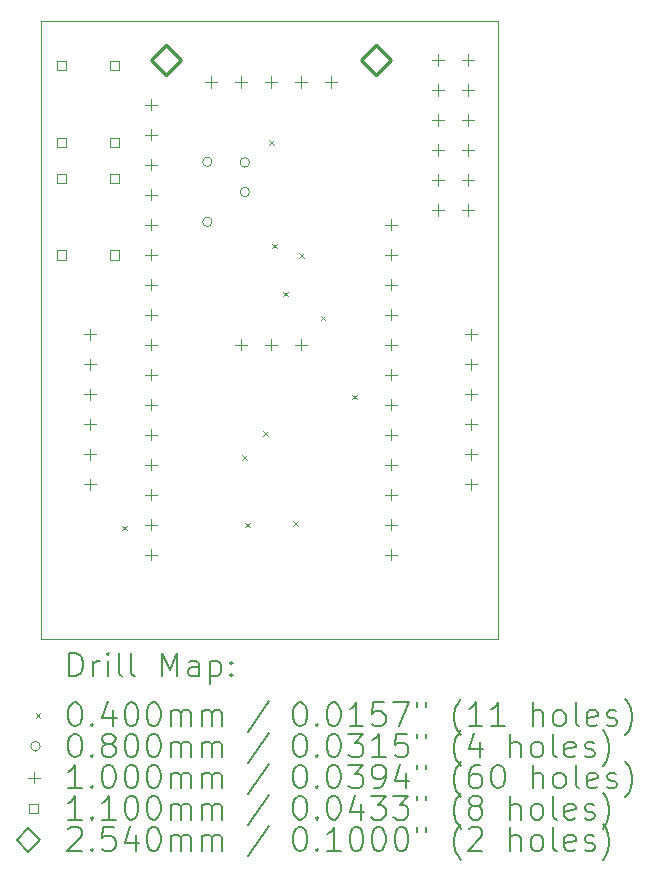
<source format=gbr>
%TF.GenerationSoftware,KiCad,Pcbnew,7.0.1*%
%TF.CreationDate,2023-04-24T15:18:02-04:00*%
%TF.ProjectId,Feather-F405-Bridge,46656174-6865-4722-9d46-3430352d4272,rev?*%
%TF.SameCoordinates,Original*%
%TF.FileFunction,Drillmap*%
%TF.FilePolarity,Positive*%
%FSLAX45Y45*%
G04 Gerber Fmt 4.5, Leading zero omitted, Abs format (unit mm)*
G04 Created by KiCad (PCBNEW 7.0.1) date 2023-04-24 15:18:02*
%MOMM*%
%LPD*%
G01*
G04 APERTURE LIST*
%ADD10C,0.100000*%
%ADD11C,0.200000*%
%ADD12C,0.040000*%
%ADD13C,0.080000*%
%ADD14C,0.110000*%
%ADD15C,0.254000*%
G04 APERTURE END LIST*
D10*
X4445000Y-11747500D02*
X8318500Y-11747500D01*
X8318500Y-16979900D01*
X4445000Y-16979900D01*
X4445000Y-11747500D01*
D11*
D12*
X5136200Y-16020100D02*
X5176200Y-16060100D01*
X5176200Y-16020100D02*
X5136200Y-16060100D01*
X6152200Y-15423200D02*
X6192200Y-15463200D01*
X6192200Y-15423200D02*
X6152200Y-15463200D01*
X6177600Y-15994700D02*
X6217600Y-16034700D01*
X6217600Y-15994700D02*
X6177600Y-16034700D01*
X6330000Y-15220000D02*
X6370000Y-15260000D01*
X6370000Y-15220000D02*
X6330000Y-15260000D01*
X6380800Y-12756200D02*
X6420800Y-12796200D01*
X6420800Y-12756200D02*
X6380800Y-12796200D01*
X6406200Y-13632500D02*
X6446200Y-13672500D01*
X6446200Y-13632500D02*
X6406200Y-13672500D01*
X6495100Y-14038900D02*
X6535100Y-14078900D01*
X6535100Y-14038900D02*
X6495100Y-14078900D01*
X6584000Y-15982000D02*
X6624000Y-16022000D01*
X6624000Y-15982000D02*
X6584000Y-16022000D01*
X6634800Y-13711200D02*
X6674800Y-13751200D01*
X6674800Y-13711200D02*
X6634800Y-13751200D01*
X6813030Y-14241670D02*
X6853030Y-14281670D01*
X6853030Y-14241670D02*
X6813030Y-14281670D01*
X7079300Y-14910901D02*
X7119300Y-14950901D01*
X7119300Y-14910901D02*
X7079300Y-14950901D01*
D13*
X5894700Y-12940800D02*
G75*
G03*
X5894700Y-12940800I-40000J0D01*
G01*
X5894700Y-13448800D02*
G75*
G03*
X5894700Y-13448800I-40000J0D01*
G01*
X6212200Y-12945300D02*
G75*
G03*
X6212200Y-12945300I-40000J0D01*
G01*
X6212200Y-13195300D02*
G75*
G03*
X6212200Y-13195300I-40000J0D01*
G01*
D10*
X4864100Y-14351800D02*
X4864100Y-14451800D01*
X4814100Y-14401800D02*
X4914100Y-14401800D01*
X4864100Y-14605800D02*
X4864100Y-14705800D01*
X4814100Y-14655800D02*
X4914100Y-14655800D01*
X4864100Y-14859800D02*
X4864100Y-14959800D01*
X4814100Y-14909800D02*
X4914100Y-14909800D01*
X4864100Y-15113800D02*
X4864100Y-15213800D01*
X4814100Y-15163800D02*
X4914100Y-15163800D01*
X4864100Y-15367800D02*
X4864100Y-15467800D01*
X4814100Y-15417800D02*
X4914100Y-15417800D01*
X4864100Y-15621800D02*
X4864100Y-15721800D01*
X4814100Y-15671800D02*
X4914100Y-15671800D01*
X5377000Y-12405000D02*
X5377000Y-12505000D01*
X5327000Y-12455000D02*
X5427000Y-12455000D01*
X5377000Y-12659000D02*
X5377000Y-12759000D01*
X5327000Y-12709000D02*
X5427000Y-12709000D01*
X5377000Y-12913000D02*
X5377000Y-13013000D01*
X5327000Y-12963000D02*
X5427000Y-12963000D01*
X5377000Y-13167000D02*
X5377000Y-13267000D01*
X5327000Y-13217000D02*
X5427000Y-13217000D01*
X5377000Y-13421000D02*
X5377000Y-13521000D01*
X5327000Y-13471000D02*
X5427000Y-13471000D01*
X5377000Y-13675000D02*
X5377000Y-13775000D01*
X5327000Y-13725000D02*
X5427000Y-13725000D01*
X5377000Y-13929000D02*
X5377000Y-14029000D01*
X5327000Y-13979000D02*
X5427000Y-13979000D01*
X5377000Y-14183000D02*
X5377000Y-14283000D01*
X5327000Y-14233000D02*
X5427000Y-14233000D01*
X5377000Y-14437000D02*
X5377000Y-14537000D01*
X5327000Y-14487000D02*
X5427000Y-14487000D01*
X5377000Y-14691000D02*
X5377000Y-14791000D01*
X5327000Y-14741000D02*
X5427000Y-14741000D01*
X5377000Y-14945000D02*
X5377000Y-15045000D01*
X5327000Y-14995000D02*
X5427000Y-14995000D01*
X5377000Y-15199000D02*
X5377000Y-15299000D01*
X5327000Y-15249000D02*
X5427000Y-15249000D01*
X5377000Y-15453000D02*
X5377000Y-15553000D01*
X5327000Y-15503000D02*
X5427000Y-15503000D01*
X5377000Y-15707000D02*
X5377000Y-15807000D01*
X5327000Y-15757000D02*
X5427000Y-15757000D01*
X5377000Y-15961000D02*
X5377000Y-16061000D01*
X5327000Y-16011000D02*
X5427000Y-16011000D01*
X5377000Y-16215000D02*
X5377000Y-16315000D01*
X5327000Y-16265000D02*
X5427000Y-16265000D01*
X5885000Y-12214500D02*
X5885000Y-12314500D01*
X5835000Y-12264500D02*
X5935000Y-12264500D01*
X6139000Y-12214500D02*
X6139000Y-12314500D01*
X6089000Y-12264500D02*
X6189000Y-12264500D01*
X6139000Y-14437000D02*
X6139000Y-14537000D01*
X6089000Y-14487000D02*
X6189000Y-14487000D01*
X6393000Y-12214500D02*
X6393000Y-12314500D01*
X6343000Y-12264500D02*
X6443000Y-12264500D01*
X6393000Y-14437000D02*
X6393000Y-14537000D01*
X6343000Y-14487000D02*
X6443000Y-14487000D01*
X6647000Y-12214500D02*
X6647000Y-12314500D01*
X6597000Y-12264500D02*
X6697000Y-12264500D01*
X6647000Y-14437000D02*
X6647000Y-14537000D01*
X6597000Y-14487000D02*
X6697000Y-14487000D01*
X6901000Y-12214500D02*
X6901000Y-12314500D01*
X6851000Y-12264500D02*
X6951000Y-12264500D01*
X7409000Y-13421000D02*
X7409000Y-13521000D01*
X7359000Y-13471000D02*
X7459000Y-13471000D01*
X7409000Y-13675000D02*
X7409000Y-13775000D01*
X7359000Y-13725000D02*
X7459000Y-13725000D01*
X7409000Y-13929000D02*
X7409000Y-14029000D01*
X7359000Y-13979000D02*
X7459000Y-13979000D01*
X7409000Y-14183000D02*
X7409000Y-14283000D01*
X7359000Y-14233000D02*
X7459000Y-14233000D01*
X7409000Y-14437000D02*
X7409000Y-14537000D01*
X7359000Y-14487000D02*
X7459000Y-14487000D01*
X7409000Y-14691000D02*
X7409000Y-14791000D01*
X7359000Y-14741000D02*
X7459000Y-14741000D01*
X7409000Y-14945000D02*
X7409000Y-15045000D01*
X7359000Y-14995000D02*
X7459000Y-14995000D01*
X7409000Y-15199000D02*
X7409000Y-15299000D01*
X7359000Y-15249000D02*
X7459000Y-15249000D01*
X7409000Y-15453000D02*
X7409000Y-15553000D01*
X7359000Y-15503000D02*
X7459000Y-15503000D01*
X7409000Y-15707000D02*
X7409000Y-15807000D01*
X7359000Y-15757000D02*
X7459000Y-15757000D01*
X7409000Y-15961000D02*
X7409000Y-16061000D01*
X7359000Y-16011000D02*
X7459000Y-16011000D01*
X7409000Y-16215000D02*
X7409000Y-16315000D01*
X7359000Y-16265000D02*
X7459000Y-16265000D01*
X7810500Y-12027700D02*
X7810500Y-12127700D01*
X7760500Y-12077700D02*
X7860500Y-12077700D01*
X7810500Y-12281700D02*
X7810500Y-12381700D01*
X7760500Y-12331700D02*
X7860500Y-12331700D01*
X7810500Y-12535700D02*
X7810500Y-12635700D01*
X7760500Y-12585700D02*
X7860500Y-12585700D01*
X7810500Y-12789700D02*
X7810500Y-12889700D01*
X7760500Y-12839700D02*
X7860500Y-12839700D01*
X7810500Y-13043700D02*
X7810500Y-13143700D01*
X7760500Y-13093700D02*
X7860500Y-13093700D01*
X7810500Y-13297700D02*
X7810500Y-13397700D01*
X7760500Y-13347700D02*
X7860500Y-13347700D01*
X8064500Y-12027700D02*
X8064500Y-12127700D01*
X8014500Y-12077700D02*
X8114500Y-12077700D01*
X8064500Y-12281700D02*
X8064500Y-12381700D01*
X8014500Y-12331700D02*
X8114500Y-12331700D01*
X8064500Y-12535700D02*
X8064500Y-12635700D01*
X8014500Y-12585700D02*
X8114500Y-12585700D01*
X8064500Y-12789700D02*
X8064500Y-12889700D01*
X8014500Y-12839700D02*
X8114500Y-12839700D01*
X8064500Y-13043700D02*
X8064500Y-13143700D01*
X8014500Y-13093700D02*
X8114500Y-13093700D01*
X8064500Y-13297700D02*
X8064500Y-13397700D01*
X8014500Y-13347700D02*
X8114500Y-13347700D01*
X8089900Y-14351800D02*
X8089900Y-14451800D01*
X8039900Y-14401800D02*
X8139900Y-14401800D01*
X8089900Y-14605800D02*
X8089900Y-14705800D01*
X8039900Y-14655800D02*
X8139900Y-14655800D01*
X8089900Y-14859800D02*
X8089900Y-14959800D01*
X8039900Y-14909800D02*
X8139900Y-14909800D01*
X8089900Y-15113800D02*
X8089900Y-15213800D01*
X8039900Y-15163800D02*
X8139900Y-15163800D01*
X8089900Y-15367800D02*
X8089900Y-15467800D01*
X8039900Y-15417800D02*
X8139900Y-15417800D01*
X8089900Y-15621800D02*
X8089900Y-15721800D01*
X8039900Y-15671800D02*
X8139900Y-15671800D01*
D14*
X4656191Y-12165091D02*
X4656191Y-12087309D01*
X4578409Y-12087309D01*
X4578409Y-12165091D01*
X4656191Y-12165091D01*
X4656191Y-12815091D02*
X4656191Y-12737309D01*
X4578409Y-12737309D01*
X4578409Y-12815091D01*
X4656191Y-12815091D01*
X4656191Y-13117591D02*
X4656191Y-13039809D01*
X4578409Y-13039809D01*
X4578409Y-13117591D01*
X4656191Y-13117591D01*
X4656191Y-13767591D02*
X4656191Y-13689809D01*
X4578409Y-13689809D01*
X4578409Y-13767591D01*
X4656191Y-13767591D01*
X5106191Y-12165091D02*
X5106191Y-12087309D01*
X5028409Y-12087309D01*
X5028409Y-12165091D01*
X5106191Y-12165091D01*
X5106191Y-12815091D02*
X5106191Y-12737309D01*
X5028409Y-12737309D01*
X5028409Y-12815091D01*
X5106191Y-12815091D01*
X5106191Y-13117591D02*
X5106191Y-13039809D01*
X5028409Y-13039809D01*
X5028409Y-13117591D01*
X5106191Y-13117591D01*
X5106191Y-13767591D02*
X5106191Y-13689809D01*
X5028409Y-13689809D01*
X5028409Y-13767591D01*
X5106191Y-13767591D01*
D15*
X5504000Y-12201000D02*
X5631000Y-12074000D01*
X5504000Y-11947000D01*
X5377000Y-12074000D01*
X5504000Y-12201000D01*
X7282000Y-12201000D02*
X7409000Y-12074000D01*
X7282000Y-11947000D01*
X7155000Y-12074000D01*
X7282000Y-12201000D01*
D11*
X4687619Y-17297424D02*
X4687619Y-17097424D01*
X4687619Y-17097424D02*
X4735238Y-17097424D01*
X4735238Y-17097424D02*
X4763810Y-17106948D01*
X4763810Y-17106948D02*
X4782857Y-17125995D01*
X4782857Y-17125995D02*
X4792381Y-17145043D01*
X4792381Y-17145043D02*
X4801905Y-17183138D01*
X4801905Y-17183138D02*
X4801905Y-17211710D01*
X4801905Y-17211710D02*
X4792381Y-17249805D01*
X4792381Y-17249805D02*
X4782857Y-17268852D01*
X4782857Y-17268852D02*
X4763810Y-17287900D01*
X4763810Y-17287900D02*
X4735238Y-17297424D01*
X4735238Y-17297424D02*
X4687619Y-17297424D01*
X4887619Y-17297424D02*
X4887619Y-17164090D01*
X4887619Y-17202186D02*
X4897143Y-17183138D01*
X4897143Y-17183138D02*
X4906667Y-17173614D01*
X4906667Y-17173614D02*
X4925714Y-17164090D01*
X4925714Y-17164090D02*
X4944762Y-17164090D01*
X5011429Y-17297424D02*
X5011429Y-17164090D01*
X5011429Y-17097424D02*
X5001905Y-17106948D01*
X5001905Y-17106948D02*
X5011429Y-17116471D01*
X5011429Y-17116471D02*
X5020952Y-17106948D01*
X5020952Y-17106948D02*
X5011429Y-17097424D01*
X5011429Y-17097424D02*
X5011429Y-17116471D01*
X5135238Y-17297424D02*
X5116190Y-17287900D01*
X5116190Y-17287900D02*
X5106667Y-17268852D01*
X5106667Y-17268852D02*
X5106667Y-17097424D01*
X5240000Y-17297424D02*
X5220952Y-17287900D01*
X5220952Y-17287900D02*
X5211429Y-17268852D01*
X5211429Y-17268852D02*
X5211429Y-17097424D01*
X5468571Y-17297424D02*
X5468571Y-17097424D01*
X5468571Y-17097424D02*
X5535238Y-17240281D01*
X5535238Y-17240281D02*
X5601905Y-17097424D01*
X5601905Y-17097424D02*
X5601905Y-17297424D01*
X5782857Y-17297424D02*
X5782857Y-17192662D01*
X5782857Y-17192662D02*
X5773333Y-17173614D01*
X5773333Y-17173614D02*
X5754286Y-17164090D01*
X5754286Y-17164090D02*
X5716190Y-17164090D01*
X5716190Y-17164090D02*
X5697143Y-17173614D01*
X5782857Y-17287900D02*
X5763809Y-17297424D01*
X5763809Y-17297424D02*
X5716190Y-17297424D01*
X5716190Y-17297424D02*
X5697143Y-17287900D01*
X5697143Y-17287900D02*
X5687619Y-17268852D01*
X5687619Y-17268852D02*
X5687619Y-17249805D01*
X5687619Y-17249805D02*
X5697143Y-17230757D01*
X5697143Y-17230757D02*
X5716190Y-17221233D01*
X5716190Y-17221233D02*
X5763809Y-17221233D01*
X5763809Y-17221233D02*
X5782857Y-17211710D01*
X5878095Y-17164090D02*
X5878095Y-17364090D01*
X5878095Y-17173614D02*
X5897143Y-17164090D01*
X5897143Y-17164090D02*
X5935238Y-17164090D01*
X5935238Y-17164090D02*
X5954286Y-17173614D01*
X5954286Y-17173614D02*
X5963809Y-17183138D01*
X5963809Y-17183138D02*
X5973333Y-17202186D01*
X5973333Y-17202186D02*
X5973333Y-17259329D01*
X5973333Y-17259329D02*
X5963809Y-17278376D01*
X5963809Y-17278376D02*
X5954286Y-17287900D01*
X5954286Y-17287900D02*
X5935238Y-17297424D01*
X5935238Y-17297424D02*
X5897143Y-17297424D01*
X5897143Y-17297424D02*
X5878095Y-17287900D01*
X6059048Y-17278376D02*
X6068571Y-17287900D01*
X6068571Y-17287900D02*
X6059048Y-17297424D01*
X6059048Y-17297424D02*
X6049524Y-17287900D01*
X6049524Y-17287900D02*
X6059048Y-17278376D01*
X6059048Y-17278376D02*
X6059048Y-17297424D01*
X6059048Y-17173614D02*
X6068571Y-17183138D01*
X6068571Y-17183138D02*
X6059048Y-17192662D01*
X6059048Y-17192662D02*
X6049524Y-17183138D01*
X6049524Y-17183138D02*
X6059048Y-17173614D01*
X6059048Y-17173614D02*
X6059048Y-17192662D01*
D12*
X4400000Y-17604900D02*
X4440000Y-17644900D01*
X4440000Y-17604900D02*
X4400000Y-17644900D01*
D11*
X4725714Y-17517424D02*
X4744762Y-17517424D01*
X4744762Y-17517424D02*
X4763810Y-17526948D01*
X4763810Y-17526948D02*
X4773333Y-17536471D01*
X4773333Y-17536471D02*
X4782857Y-17555519D01*
X4782857Y-17555519D02*
X4792381Y-17593614D01*
X4792381Y-17593614D02*
X4792381Y-17641233D01*
X4792381Y-17641233D02*
X4782857Y-17679329D01*
X4782857Y-17679329D02*
X4773333Y-17698376D01*
X4773333Y-17698376D02*
X4763810Y-17707900D01*
X4763810Y-17707900D02*
X4744762Y-17717424D01*
X4744762Y-17717424D02*
X4725714Y-17717424D01*
X4725714Y-17717424D02*
X4706667Y-17707900D01*
X4706667Y-17707900D02*
X4697143Y-17698376D01*
X4697143Y-17698376D02*
X4687619Y-17679329D01*
X4687619Y-17679329D02*
X4678095Y-17641233D01*
X4678095Y-17641233D02*
X4678095Y-17593614D01*
X4678095Y-17593614D02*
X4687619Y-17555519D01*
X4687619Y-17555519D02*
X4697143Y-17536471D01*
X4697143Y-17536471D02*
X4706667Y-17526948D01*
X4706667Y-17526948D02*
X4725714Y-17517424D01*
X4878095Y-17698376D02*
X4887619Y-17707900D01*
X4887619Y-17707900D02*
X4878095Y-17717424D01*
X4878095Y-17717424D02*
X4868571Y-17707900D01*
X4868571Y-17707900D02*
X4878095Y-17698376D01*
X4878095Y-17698376D02*
X4878095Y-17717424D01*
X5059048Y-17584090D02*
X5059048Y-17717424D01*
X5011429Y-17507900D02*
X4963810Y-17650757D01*
X4963810Y-17650757D02*
X5087619Y-17650757D01*
X5201905Y-17517424D02*
X5220952Y-17517424D01*
X5220952Y-17517424D02*
X5240000Y-17526948D01*
X5240000Y-17526948D02*
X5249524Y-17536471D01*
X5249524Y-17536471D02*
X5259048Y-17555519D01*
X5259048Y-17555519D02*
X5268571Y-17593614D01*
X5268571Y-17593614D02*
X5268571Y-17641233D01*
X5268571Y-17641233D02*
X5259048Y-17679329D01*
X5259048Y-17679329D02*
X5249524Y-17698376D01*
X5249524Y-17698376D02*
X5240000Y-17707900D01*
X5240000Y-17707900D02*
X5220952Y-17717424D01*
X5220952Y-17717424D02*
X5201905Y-17717424D01*
X5201905Y-17717424D02*
X5182857Y-17707900D01*
X5182857Y-17707900D02*
X5173333Y-17698376D01*
X5173333Y-17698376D02*
X5163810Y-17679329D01*
X5163810Y-17679329D02*
X5154286Y-17641233D01*
X5154286Y-17641233D02*
X5154286Y-17593614D01*
X5154286Y-17593614D02*
X5163810Y-17555519D01*
X5163810Y-17555519D02*
X5173333Y-17536471D01*
X5173333Y-17536471D02*
X5182857Y-17526948D01*
X5182857Y-17526948D02*
X5201905Y-17517424D01*
X5392381Y-17517424D02*
X5411429Y-17517424D01*
X5411429Y-17517424D02*
X5430476Y-17526948D01*
X5430476Y-17526948D02*
X5440000Y-17536471D01*
X5440000Y-17536471D02*
X5449524Y-17555519D01*
X5449524Y-17555519D02*
X5459048Y-17593614D01*
X5459048Y-17593614D02*
X5459048Y-17641233D01*
X5459048Y-17641233D02*
X5449524Y-17679329D01*
X5449524Y-17679329D02*
X5440000Y-17698376D01*
X5440000Y-17698376D02*
X5430476Y-17707900D01*
X5430476Y-17707900D02*
X5411429Y-17717424D01*
X5411429Y-17717424D02*
X5392381Y-17717424D01*
X5392381Y-17717424D02*
X5373333Y-17707900D01*
X5373333Y-17707900D02*
X5363810Y-17698376D01*
X5363810Y-17698376D02*
X5354286Y-17679329D01*
X5354286Y-17679329D02*
X5344762Y-17641233D01*
X5344762Y-17641233D02*
X5344762Y-17593614D01*
X5344762Y-17593614D02*
X5354286Y-17555519D01*
X5354286Y-17555519D02*
X5363810Y-17536471D01*
X5363810Y-17536471D02*
X5373333Y-17526948D01*
X5373333Y-17526948D02*
X5392381Y-17517424D01*
X5544762Y-17717424D02*
X5544762Y-17584090D01*
X5544762Y-17603138D02*
X5554286Y-17593614D01*
X5554286Y-17593614D02*
X5573333Y-17584090D01*
X5573333Y-17584090D02*
X5601905Y-17584090D01*
X5601905Y-17584090D02*
X5620952Y-17593614D01*
X5620952Y-17593614D02*
X5630476Y-17612662D01*
X5630476Y-17612662D02*
X5630476Y-17717424D01*
X5630476Y-17612662D02*
X5640000Y-17593614D01*
X5640000Y-17593614D02*
X5659048Y-17584090D01*
X5659048Y-17584090D02*
X5687619Y-17584090D01*
X5687619Y-17584090D02*
X5706667Y-17593614D01*
X5706667Y-17593614D02*
X5716190Y-17612662D01*
X5716190Y-17612662D02*
X5716190Y-17717424D01*
X5811429Y-17717424D02*
X5811429Y-17584090D01*
X5811429Y-17603138D02*
X5820952Y-17593614D01*
X5820952Y-17593614D02*
X5840000Y-17584090D01*
X5840000Y-17584090D02*
X5868571Y-17584090D01*
X5868571Y-17584090D02*
X5887619Y-17593614D01*
X5887619Y-17593614D02*
X5897143Y-17612662D01*
X5897143Y-17612662D02*
X5897143Y-17717424D01*
X5897143Y-17612662D02*
X5906667Y-17593614D01*
X5906667Y-17593614D02*
X5925714Y-17584090D01*
X5925714Y-17584090D02*
X5954286Y-17584090D01*
X5954286Y-17584090D02*
X5973333Y-17593614D01*
X5973333Y-17593614D02*
X5982857Y-17612662D01*
X5982857Y-17612662D02*
X5982857Y-17717424D01*
X6373333Y-17507900D02*
X6201905Y-17765043D01*
X6630476Y-17517424D02*
X6649524Y-17517424D01*
X6649524Y-17517424D02*
X6668572Y-17526948D01*
X6668572Y-17526948D02*
X6678095Y-17536471D01*
X6678095Y-17536471D02*
X6687619Y-17555519D01*
X6687619Y-17555519D02*
X6697143Y-17593614D01*
X6697143Y-17593614D02*
X6697143Y-17641233D01*
X6697143Y-17641233D02*
X6687619Y-17679329D01*
X6687619Y-17679329D02*
X6678095Y-17698376D01*
X6678095Y-17698376D02*
X6668572Y-17707900D01*
X6668572Y-17707900D02*
X6649524Y-17717424D01*
X6649524Y-17717424D02*
X6630476Y-17717424D01*
X6630476Y-17717424D02*
X6611429Y-17707900D01*
X6611429Y-17707900D02*
X6601905Y-17698376D01*
X6601905Y-17698376D02*
X6592381Y-17679329D01*
X6592381Y-17679329D02*
X6582857Y-17641233D01*
X6582857Y-17641233D02*
X6582857Y-17593614D01*
X6582857Y-17593614D02*
X6592381Y-17555519D01*
X6592381Y-17555519D02*
X6601905Y-17536471D01*
X6601905Y-17536471D02*
X6611429Y-17526948D01*
X6611429Y-17526948D02*
X6630476Y-17517424D01*
X6782857Y-17698376D02*
X6792381Y-17707900D01*
X6792381Y-17707900D02*
X6782857Y-17717424D01*
X6782857Y-17717424D02*
X6773333Y-17707900D01*
X6773333Y-17707900D02*
X6782857Y-17698376D01*
X6782857Y-17698376D02*
X6782857Y-17717424D01*
X6916191Y-17517424D02*
X6935238Y-17517424D01*
X6935238Y-17517424D02*
X6954286Y-17526948D01*
X6954286Y-17526948D02*
X6963810Y-17536471D01*
X6963810Y-17536471D02*
X6973333Y-17555519D01*
X6973333Y-17555519D02*
X6982857Y-17593614D01*
X6982857Y-17593614D02*
X6982857Y-17641233D01*
X6982857Y-17641233D02*
X6973333Y-17679329D01*
X6973333Y-17679329D02*
X6963810Y-17698376D01*
X6963810Y-17698376D02*
X6954286Y-17707900D01*
X6954286Y-17707900D02*
X6935238Y-17717424D01*
X6935238Y-17717424D02*
X6916191Y-17717424D01*
X6916191Y-17717424D02*
X6897143Y-17707900D01*
X6897143Y-17707900D02*
X6887619Y-17698376D01*
X6887619Y-17698376D02*
X6878095Y-17679329D01*
X6878095Y-17679329D02*
X6868572Y-17641233D01*
X6868572Y-17641233D02*
X6868572Y-17593614D01*
X6868572Y-17593614D02*
X6878095Y-17555519D01*
X6878095Y-17555519D02*
X6887619Y-17536471D01*
X6887619Y-17536471D02*
X6897143Y-17526948D01*
X6897143Y-17526948D02*
X6916191Y-17517424D01*
X7173333Y-17717424D02*
X7059048Y-17717424D01*
X7116191Y-17717424D02*
X7116191Y-17517424D01*
X7116191Y-17517424D02*
X7097143Y-17545995D01*
X7097143Y-17545995D02*
X7078095Y-17565043D01*
X7078095Y-17565043D02*
X7059048Y-17574567D01*
X7354286Y-17517424D02*
X7259048Y-17517424D01*
X7259048Y-17517424D02*
X7249524Y-17612662D01*
X7249524Y-17612662D02*
X7259048Y-17603138D01*
X7259048Y-17603138D02*
X7278095Y-17593614D01*
X7278095Y-17593614D02*
X7325714Y-17593614D01*
X7325714Y-17593614D02*
X7344762Y-17603138D01*
X7344762Y-17603138D02*
X7354286Y-17612662D01*
X7354286Y-17612662D02*
X7363810Y-17631710D01*
X7363810Y-17631710D02*
X7363810Y-17679329D01*
X7363810Y-17679329D02*
X7354286Y-17698376D01*
X7354286Y-17698376D02*
X7344762Y-17707900D01*
X7344762Y-17707900D02*
X7325714Y-17717424D01*
X7325714Y-17717424D02*
X7278095Y-17717424D01*
X7278095Y-17717424D02*
X7259048Y-17707900D01*
X7259048Y-17707900D02*
X7249524Y-17698376D01*
X7430476Y-17517424D02*
X7563810Y-17517424D01*
X7563810Y-17517424D02*
X7478095Y-17717424D01*
X7630476Y-17517424D02*
X7630476Y-17555519D01*
X7706667Y-17517424D02*
X7706667Y-17555519D01*
X8001905Y-17793614D02*
X7992381Y-17784090D01*
X7992381Y-17784090D02*
X7973334Y-17755519D01*
X7973334Y-17755519D02*
X7963810Y-17736471D01*
X7963810Y-17736471D02*
X7954286Y-17707900D01*
X7954286Y-17707900D02*
X7944762Y-17660281D01*
X7944762Y-17660281D02*
X7944762Y-17622186D01*
X7944762Y-17622186D02*
X7954286Y-17574567D01*
X7954286Y-17574567D02*
X7963810Y-17545995D01*
X7963810Y-17545995D02*
X7973334Y-17526948D01*
X7973334Y-17526948D02*
X7992381Y-17498376D01*
X7992381Y-17498376D02*
X8001905Y-17488852D01*
X8182857Y-17717424D02*
X8068572Y-17717424D01*
X8125714Y-17717424D02*
X8125714Y-17517424D01*
X8125714Y-17517424D02*
X8106667Y-17545995D01*
X8106667Y-17545995D02*
X8087619Y-17565043D01*
X8087619Y-17565043D02*
X8068572Y-17574567D01*
X8373334Y-17717424D02*
X8259048Y-17717424D01*
X8316191Y-17717424D02*
X8316191Y-17517424D01*
X8316191Y-17517424D02*
X8297143Y-17545995D01*
X8297143Y-17545995D02*
X8278095Y-17565043D01*
X8278095Y-17565043D02*
X8259048Y-17574567D01*
X8611429Y-17717424D02*
X8611429Y-17517424D01*
X8697143Y-17717424D02*
X8697143Y-17612662D01*
X8697143Y-17612662D02*
X8687619Y-17593614D01*
X8687619Y-17593614D02*
X8668572Y-17584090D01*
X8668572Y-17584090D02*
X8640000Y-17584090D01*
X8640000Y-17584090D02*
X8620953Y-17593614D01*
X8620953Y-17593614D02*
X8611429Y-17603138D01*
X8820953Y-17717424D02*
X8801905Y-17707900D01*
X8801905Y-17707900D02*
X8792381Y-17698376D01*
X8792381Y-17698376D02*
X8782858Y-17679329D01*
X8782858Y-17679329D02*
X8782858Y-17622186D01*
X8782858Y-17622186D02*
X8792381Y-17603138D01*
X8792381Y-17603138D02*
X8801905Y-17593614D01*
X8801905Y-17593614D02*
X8820953Y-17584090D01*
X8820953Y-17584090D02*
X8849524Y-17584090D01*
X8849524Y-17584090D02*
X8868572Y-17593614D01*
X8868572Y-17593614D02*
X8878096Y-17603138D01*
X8878096Y-17603138D02*
X8887619Y-17622186D01*
X8887619Y-17622186D02*
X8887619Y-17679329D01*
X8887619Y-17679329D02*
X8878096Y-17698376D01*
X8878096Y-17698376D02*
X8868572Y-17707900D01*
X8868572Y-17707900D02*
X8849524Y-17717424D01*
X8849524Y-17717424D02*
X8820953Y-17717424D01*
X9001905Y-17717424D02*
X8982858Y-17707900D01*
X8982858Y-17707900D02*
X8973334Y-17688852D01*
X8973334Y-17688852D02*
X8973334Y-17517424D01*
X9154286Y-17707900D02*
X9135239Y-17717424D01*
X9135239Y-17717424D02*
X9097143Y-17717424D01*
X9097143Y-17717424D02*
X9078096Y-17707900D01*
X9078096Y-17707900D02*
X9068572Y-17688852D01*
X9068572Y-17688852D02*
X9068572Y-17612662D01*
X9068572Y-17612662D02*
X9078096Y-17593614D01*
X9078096Y-17593614D02*
X9097143Y-17584090D01*
X9097143Y-17584090D02*
X9135239Y-17584090D01*
X9135239Y-17584090D02*
X9154286Y-17593614D01*
X9154286Y-17593614D02*
X9163810Y-17612662D01*
X9163810Y-17612662D02*
X9163810Y-17631710D01*
X9163810Y-17631710D02*
X9068572Y-17650757D01*
X9240000Y-17707900D02*
X9259048Y-17717424D01*
X9259048Y-17717424D02*
X9297143Y-17717424D01*
X9297143Y-17717424D02*
X9316191Y-17707900D01*
X9316191Y-17707900D02*
X9325715Y-17688852D01*
X9325715Y-17688852D02*
X9325715Y-17679329D01*
X9325715Y-17679329D02*
X9316191Y-17660281D01*
X9316191Y-17660281D02*
X9297143Y-17650757D01*
X9297143Y-17650757D02*
X9268572Y-17650757D01*
X9268572Y-17650757D02*
X9249524Y-17641233D01*
X9249524Y-17641233D02*
X9240000Y-17622186D01*
X9240000Y-17622186D02*
X9240000Y-17612662D01*
X9240000Y-17612662D02*
X9249524Y-17593614D01*
X9249524Y-17593614D02*
X9268572Y-17584090D01*
X9268572Y-17584090D02*
X9297143Y-17584090D01*
X9297143Y-17584090D02*
X9316191Y-17593614D01*
X9392381Y-17793614D02*
X9401905Y-17784090D01*
X9401905Y-17784090D02*
X9420953Y-17755519D01*
X9420953Y-17755519D02*
X9430477Y-17736471D01*
X9430477Y-17736471D02*
X9440000Y-17707900D01*
X9440000Y-17707900D02*
X9449524Y-17660281D01*
X9449524Y-17660281D02*
X9449524Y-17622186D01*
X9449524Y-17622186D02*
X9440000Y-17574567D01*
X9440000Y-17574567D02*
X9430477Y-17545995D01*
X9430477Y-17545995D02*
X9420953Y-17526948D01*
X9420953Y-17526948D02*
X9401905Y-17498376D01*
X9401905Y-17498376D02*
X9392381Y-17488852D01*
D13*
X4440000Y-17888900D02*
G75*
G03*
X4440000Y-17888900I-40000J0D01*
G01*
D11*
X4725714Y-17781424D02*
X4744762Y-17781424D01*
X4744762Y-17781424D02*
X4763810Y-17790948D01*
X4763810Y-17790948D02*
X4773333Y-17800471D01*
X4773333Y-17800471D02*
X4782857Y-17819519D01*
X4782857Y-17819519D02*
X4792381Y-17857614D01*
X4792381Y-17857614D02*
X4792381Y-17905233D01*
X4792381Y-17905233D02*
X4782857Y-17943329D01*
X4782857Y-17943329D02*
X4773333Y-17962376D01*
X4773333Y-17962376D02*
X4763810Y-17971900D01*
X4763810Y-17971900D02*
X4744762Y-17981424D01*
X4744762Y-17981424D02*
X4725714Y-17981424D01*
X4725714Y-17981424D02*
X4706667Y-17971900D01*
X4706667Y-17971900D02*
X4697143Y-17962376D01*
X4697143Y-17962376D02*
X4687619Y-17943329D01*
X4687619Y-17943329D02*
X4678095Y-17905233D01*
X4678095Y-17905233D02*
X4678095Y-17857614D01*
X4678095Y-17857614D02*
X4687619Y-17819519D01*
X4687619Y-17819519D02*
X4697143Y-17800471D01*
X4697143Y-17800471D02*
X4706667Y-17790948D01*
X4706667Y-17790948D02*
X4725714Y-17781424D01*
X4878095Y-17962376D02*
X4887619Y-17971900D01*
X4887619Y-17971900D02*
X4878095Y-17981424D01*
X4878095Y-17981424D02*
X4868571Y-17971900D01*
X4868571Y-17971900D02*
X4878095Y-17962376D01*
X4878095Y-17962376D02*
X4878095Y-17981424D01*
X5001905Y-17867138D02*
X4982857Y-17857614D01*
X4982857Y-17857614D02*
X4973333Y-17848090D01*
X4973333Y-17848090D02*
X4963810Y-17829043D01*
X4963810Y-17829043D02*
X4963810Y-17819519D01*
X4963810Y-17819519D02*
X4973333Y-17800471D01*
X4973333Y-17800471D02*
X4982857Y-17790948D01*
X4982857Y-17790948D02*
X5001905Y-17781424D01*
X5001905Y-17781424D02*
X5040000Y-17781424D01*
X5040000Y-17781424D02*
X5059048Y-17790948D01*
X5059048Y-17790948D02*
X5068571Y-17800471D01*
X5068571Y-17800471D02*
X5078095Y-17819519D01*
X5078095Y-17819519D02*
X5078095Y-17829043D01*
X5078095Y-17829043D02*
X5068571Y-17848090D01*
X5068571Y-17848090D02*
X5059048Y-17857614D01*
X5059048Y-17857614D02*
X5040000Y-17867138D01*
X5040000Y-17867138D02*
X5001905Y-17867138D01*
X5001905Y-17867138D02*
X4982857Y-17876662D01*
X4982857Y-17876662D02*
X4973333Y-17886186D01*
X4973333Y-17886186D02*
X4963810Y-17905233D01*
X4963810Y-17905233D02*
X4963810Y-17943329D01*
X4963810Y-17943329D02*
X4973333Y-17962376D01*
X4973333Y-17962376D02*
X4982857Y-17971900D01*
X4982857Y-17971900D02*
X5001905Y-17981424D01*
X5001905Y-17981424D02*
X5040000Y-17981424D01*
X5040000Y-17981424D02*
X5059048Y-17971900D01*
X5059048Y-17971900D02*
X5068571Y-17962376D01*
X5068571Y-17962376D02*
X5078095Y-17943329D01*
X5078095Y-17943329D02*
X5078095Y-17905233D01*
X5078095Y-17905233D02*
X5068571Y-17886186D01*
X5068571Y-17886186D02*
X5059048Y-17876662D01*
X5059048Y-17876662D02*
X5040000Y-17867138D01*
X5201905Y-17781424D02*
X5220952Y-17781424D01*
X5220952Y-17781424D02*
X5240000Y-17790948D01*
X5240000Y-17790948D02*
X5249524Y-17800471D01*
X5249524Y-17800471D02*
X5259048Y-17819519D01*
X5259048Y-17819519D02*
X5268571Y-17857614D01*
X5268571Y-17857614D02*
X5268571Y-17905233D01*
X5268571Y-17905233D02*
X5259048Y-17943329D01*
X5259048Y-17943329D02*
X5249524Y-17962376D01*
X5249524Y-17962376D02*
X5240000Y-17971900D01*
X5240000Y-17971900D02*
X5220952Y-17981424D01*
X5220952Y-17981424D02*
X5201905Y-17981424D01*
X5201905Y-17981424D02*
X5182857Y-17971900D01*
X5182857Y-17971900D02*
X5173333Y-17962376D01*
X5173333Y-17962376D02*
X5163810Y-17943329D01*
X5163810Y-17943329D02*
X5154286Y-17905233D01*
X5154286Y-17905233D02*
X5154286Y-17857614D01*
X5154286Y-17857614D02*
X5163810Y-17819519D01*
X5163810Y-17819519D02*
X5173333Y-17800471D01*
X5173333Y-17800471D02*
X5182857Y-17790948D01*
X5182857Y-17790948D02*
X5201905Y-17781424D01*
X5392381Y-17781424D02*
X5411429Y-17781424D01*
X5411429Y-17781424D02*
X5430476Y-17790948D01*
X5430476Y-17790948D02*
X5440000Y-17800471D01*
X5440000Y-17800471D02*
X5449524Y-17819519D01*
X5449524Y-17819519D02*
X5459048Y-17857614D01*
X5459048Y-17857614D02*
X5459048Y-17905233D01*
X5459048Y-17905233D02*
X5449524Y-17943329D01*
X5449524Y-17943329D02*
X5440000Y-17962376D01*
X5440000Y-17962376D02*
X5430476Y-17971900D01*
X5430476Y-17971900D02*
X5411429Y-17981424D01*
X5411429Y-17981424D02*
X5392381Y-17981424D01*
X5392381Y-17981424D02*
X5373333Y-17971900D01*
X5373333Y-17971900D02*
X5363810Y-17962376D01*
X5363810Y-17962376D02*
X5354286Y-17943329D01*
X5354286Y-17943329D02*
X5344762Y-17905233D01*
X5344762Y-17905233D02*
X5344762Y-17857614D01*
X5344762Y-17857614D02*
X5354286Y-17819519D01*
X5354286Y-17819519D02*
X5363810Y-17800471D01*
X5363810Y-17800471D02*
X5373333Y-17790948D01*
X5373333Y-17790948D02*
X5392381Y-17781424D01*
X5544762Y-17981424D02*
X5544762Y-17848090D01*
X5544762Y-17867138D02*
X5554286Y-17857614D01*
X5554286Y-17857614D02*
X5573333Y-17848090D01*
X5573333Y-17848090D02*
X5601905Y-17848090D01*
X5601905Y-17848090D02*
X5620952Y-17857614D01*
X5620952Y-17857614D02*
X5630476Y-17876662D01*
X5630476Y-17876662D02*
X5630476Y-17981424D01*
X5630476Y-17876662D02*
X5640000Y-17857614D01*
X5640000Y-17857614D02*
X5659048Y-17848090D01*
X5659048Y-17848090D02*
X5687619Y-17848090D01*
X5687619Y-17848090D02*
X5706667Y-17857614D01*
X5706667Y-17857614D02*
X5716190Y-17876662D01*
X5716190Y-17876662D02*
X5716190Y-17981424D01*
X5811429Y-17981424D02*
X5811429Y-17848090D01*
X5811429Y-17867138D02*
X5820952Y-17857614D01*
X5820952Y-17857614D02*
X5840000Y-17848090D01*
X5840000Y-17848090D02*
X5868571Y-17848090D01*
X5868571Y-17848090D02*
X5887619Y-17857614D01*
X5887619Y-17857614D02*
X5897143Y-17876662D01*
X5897143Y-17876662D02*
X5897143Y-17981424D01*
X5897143Y-17876662D02*
X5906667Y-17857614D01*
X5906667Y-17857614D02*
X5925714Y-17848090D01*
X5925714Y-17848090D02*
X5954286Y-17848090D01*
X5954286Y-17848090D02*
X5973333Y-17857614D01*
X5973333Y-17857614D02*
X5982857Y-17876662D01*
X5982857Y-17876662D02*
X5982857Y-17981424D01*
X6373333Y-17771900D02*
X6201905Y-18029043D01*
X6630476Y-17781424D02*
X6649524Y-17781424D01*
X6649524Y-17781424D02*
X6668572Y-17790948D01*
X6668572Y-17790948D02*
X6678095Y-17800471D01*
X6678095Y-17800471D02*
X6687619Y-17819519D01*
X6687619Y-17819519D02*
X6697143Y-17857614D01*
X6697143Y-17857614D02*
X6697143Y-17905233D01*
X6697143Y-17905233D02*
X6687619Y-17943329D01*
X6687619Y-17943329D02*
X6678095Y-17962376D01*
X6678095Y-17962376D02*
X6668572Y-17971900D01*
X6668572Y-17971900D02*
X6649524Y-17981424D01*
X6649524Y-17981424D02*
X6630476Y-17981424D01*
X6630476Y-17981424D02*
X6611429Y-17971900D01*
X6611429Y-17971900D02*
X6601905Y-17962376D01*
X6601905Y-17962376D02*
X6592381Y-17943329D01*
X6592381Y-17943329D02*
X6582857Y-17905233D01*
X6582857Y-17905233D02*
X6582857Y-17857614D01*
X6582857Y-17857614D02*
X6592381Y-17819519D01*
X6592381Y-17819519D02*
X6601905Y-17800471D01*
X6601905Y-17800471D02*
X6611429Y-17790948D01*
X6611429Y-17790948D02*
X6630476Y-17781424D01*
X6782857Y-17962376D02*
X6792381Y-17971900D01*
X6792381Y-17971900D02*
X6782857Y-17981424D01*
X6782857Y-17981424D02*
X6773333Y-17971900D01*
X6773333Y-17971900D02*
X6782857Y-17962376D01*
X6782857Y-17962376D02*
X6782857Y-17981424D01*
X6916191Y-17781424D02*
X6935238Y-17781424D01*
X6935238Y-17781424D02*
X6954286Y-17790948D01*
X6954286Y-17790948D02*
X6963810Y-17800471D01*
X6963810Y-17800471D02*
X6973333Y-17819519D01*
X6973333Y-17819519D02*
X6982857Y-17857614D01*
X6982857Y-17857614D02*
X6982857Y-17905233D01*
X6982857Y-17905233D02*
X6973333Y-17943329D01*
X6973333Y-17943329D02*
X6963810Y-17962376D01*
X6963810Y-17962376D02*
X6954286Y-17971900D01*
X6954286Y-17971900D02*
X6935238Y-17981424D01*
X6935238Y-17981424D02*
X6916191Y-17981424D01*
X6916191Y-17981424D02*
X6897143Y-17971900D01*
X6897143Y-17971900D02*
X6887619Y-17962376D01*
X6887619Y-17962376D02*
X6878095Y-17943329D01*
X6878095Y-17943329D02*
X6868572Y-17905233D01*
X6868572Y-17905233D02*
X6868572Y-17857614D01*
X6868572Y-17857614D02*
X6878095Y-17819519D01*
X6878095Y-17819519D02*
X6887619Y-17800471D01*
X6887619Y-17800471D02*
X6897143Y-17790948D01*
X6897143Y-17790948D02*
X6916191Y-17781424D01*
X7049524Y-17781424D02*
X7173333Y-17781424D01*
X7173333Y-17781424D02*
X7106667Y-17857614D01*
X7106667Y-17857614D02*
X7135238Y-17857614D01*
X7135238Y-17857614D02*
X7154286Y-17867138D01*
X7154286Y-17867138D02*
X7163810Y-17876662D01*
X7163810Y-17876662D02*
X7173333Y-17895710D01*
X7173333Y-17895710D02*
X7173333Y-17943329D01*
X7173333Y-17943329D02*
X7163810Y-17962376D01*
X7163810Y-17962376D02*
X7154286Y-17971900D01*
X7154286Y-17971900D02*
X7135238Y-17981424D01*
X7135238Y-17981424D02*
X7078095Y-17981424D01*
X7078095Y-17981424D02*
X7059048Y-17971900D01*
X7059048Y-17971900D02*
X7049524Y-17962376D01*
X7363810Y-17981424D02*
X7249524Y-17981424D01*
X7306667Y-17981424D02*
X7306667Y-17781424D01*
X7306667Y-17781424D02*
X7287619Y-17809995D01*
X7287619Y-17809995D02*
X7268572Y-17829043D01*
X7268572Y-17829043D02*
X7249524Y-17838567D01*
X7544762Y-17781424D02*
X7449524Y-17781424D01*
X7449524Y-17781424D02*
X7440000Y-17876662D01*
X7440000Y-17876662D02*
X7449524Y-17867138D01*
X7449524Y-17867138D02*
X7468572Y-17857614D01*
X7468572Y-17857614D02*
X7516191Y-17857614D01*
X7516191Y-17857614D02*
X7535238Y-17867138D01*
X7535238Y-17867138D02*
X7544762Y-17876662D01*
X7544762Y-17876662D02*
X7554286Y-17895710D01*
X7554286Y-17895710D02*
X7554286Y-17943329D01*
X7554286Y-17943329D02*
X7544762Y-17962376D01*
X7544762Y-17962376D02*
X7535238Y-17971900D01*
X7535238Y-17971900D02*
X7516191Y-17981424D01*
X7516191Y-17981424D02*
X7468572Y-17981424D01*
X7468572Y-17981424D02*
X7449524Y-17971900D01*
X7449524Y-17971900D02*
X7440000Y-17962376D01*
X7630476Y-17781424D02*
X7630476Y-17819519D01*
X7706667Y-17781424D02*
X7706667Y-17819519D01*
X8001905Y-18057614D02*
X7992381Y-18048090D01*
X7992381Y-18048090D02*
X7973334Y-18019519D01*
X7973334Y-18019519D02*
X7963810Y-18000471D01*
X7963810Y-18000471D02*
X7954286Y-17971900D01*
X7954286Y-17971900D02*
X7944762Y-17924281D01*
X7944762Y-17924281D02*
X7944762Y-17886186D01*
X7944762Y-17886186D02*
X7954286Y-17838567D01*
X7954286Y-17838567D02*
X7963810Y-17809995D01*
X7963810Y-17809995D02*
X7973334Y-17790948D01*
X7973334Y-17790948D02*
X7992381Y-17762376D01*
X7992381Y-17762376D02*
X8001905Y-17752852D01*
X8163810Y-17848090D02*
X8163810Y-17981424D01*
X8116191Y-17771900D02*
X8068572Y-17914757D01*
X8068572Y-17914757D02*
X8192381Y-17914757D01*
X8420953Y-17981424D02*
X8420953Y-17781424D01*
X8506667Y-17981424D02*
X8506667Y-17876662D01*
X8506667Y-17876662D02*
X8497143Y-17857614D01*
X8497143Y-17857614D02*
X8478096Y-17848090D01*
X8478096Y-17848090D02*
X8449524Y-17848090D01*
X8449524Y-17848090D02*
X8430477Y-17857614D01*
X8430477Y-17857614D02*
X8420953Y-17867138D01*
X8630477Y-17981424D02*
X8611429Y-17971900D01*
X8611429Y-17971900D02*
X8601905Y-17962376D01*
X8601905Y-17962376D02*
X8592381Y-17943329D01*
X8592381Y-17943329D02*
X8592381Y-17886186D01*
X8592381Y-17886186D02*
X8601905Y-17867138D01*
X8601905Y-17867138D02*
X8611429Y-17857614D01*
X8611429Y-17857614D02*
X8630477Y-17848090D01*
X8630477Y-17848090D02*
X8659048Y-17848090D01*
X8659048Y-17848090D02*
X8678096Y-17857614D01*
X8678096Y-17857614D02*
X8687619Y-17867138D01*
X8687619Y-17867138D02*
X8697143Y-17886186D01*
X8697143Y-17886186D02*
X8697143Y-17943329D01*
X8697143Y-17943329D02*
X8687619Y-17962376D01*
X8687619Y-17962376D02*
X8678096Y-17971900D01*
X8678096Y-17971900D02*
X8659048Y-17981424D01*
X8659048Y-17981424D02*
X8630477Y-17981424D01*
X8811429Y-17981424D02*
X8792381Y-17971900D01*
X8792381Y-17971900D02*
X8782858Y-17952852D01*
X8782858Y-17952852D02*
X8782858Y-17781424D01*
X8963810Y-17971900D02*
X8944762Y-17981424D01*
X8944762Y-17981424D02*
X8906667Y-17981424D01*
X8906667Y-17981424D02*
X8887619Y-17971900D01*
X8887619Y-17971900D02*
X8878096Y-17952852D01*
X8878096Y-17952852D02*
X8878096Y-17876662D01*
X8878096Y-17876662D02*
X8887619Y-17857614D01*
X8887619Y-17857614D02*
X8906667Y-17848090D01*
X8906667Y-17848090D02*
X8944762Y-17848090D01*
X8944762Y-17848090D02*
X8963810Y-17857614D01*
X8963810Y-17857614D02*
X8973334Y-17876662D01*
X8973334Y-17876662D02*
X8973334Y-17895710D01*
X8973334Y-17895710D02*
X8878096Y-17914757D01*
X9049524Y-17971900D02*
X9068572Y-17981424D01*
X9068572Y-17981424D02*
X9106667Y-17981424D01*
X9106667Y-17981424D02*
X9125715Y-17971900D01*
X9125715Y-17971900D02*
X9135239Y-17952852D01*
X9135239Y-17952852D02*
X9135239Y-17943329D01*
X9135239Y-17943329D02*
X9125715Y-17924281D01*
X9125715Y-17924281D02*
X9106667Y-17914757D01*
X9106667Y-17914757D02*
X9078096Y-17914757D01*
X9078096Y-17914757D02*
X9059048Y-17905233D01*
X9059048Y-17905233D02*
X9049524Y-17886186D01*
X9049524Y-17886186D02*
X9049524Y-17876662D01*
X9049524Y-17876662D02*
X9059048Y-17857614D01*
X9059048Y-17857614D02*
X9078096Y-17848090D01*
X9078096Y-17848090D02*
X9106667Y-17848090D01*
X9106667Y-17848090D02*
X9125715Y-17857614D01*
X9201905Y-18057614D02*
X9211429Y-18048090D01*
X9211429Y-18048090D02*
X9230477Y-18019519D01*
X9230477Y-18019519D02*
X9240000Y-18000471D01*
X9240000Y-18000471D02*
X9249524Y-17971900D01*
X9249524Y-17971900D02*
X9259048Y-17924281D01*
X9259048Y-17924281D02*
X9259048Y-17886186D01*
X9259048Y-17886186D02*
X9249524Y-17838567D01*
X9249524Y-17838567D02*
X9240000Y-17809995D01*
X9240000Y-17809995D02*
X9230477Y-17790948D01*
X9230477Y-17790948D02*
X9211429Y-17762376D01*
X9211429Y-17762376D02*
X9201905Y-17752852D01*
D10*
X4390000Y-18102900D02*
X4390000Y-18202900D01*
X4340000Y-18152900D02*
X4440000Y-18152900D01*
D11*
X4792381Y-18245424D02*
X4678095Y-18245424D01*
X4735238Y-18245424D02*
X4735238Y-18045424D01*
X4735238Y-18045424D02*
X4716190Y-18073995D01*
X4716190Y-18073995D02*
X4697143Y-18093043D01*
X4697143Y-18093043D02*
X4678095Y-18102567D01*
X4878095Y-18226376D02*
X4887619Y-18235900D01*
X4887619Y-18235900D02*
X4878095Y-18245424D01*
X4878095Y-18245424D02*
X4868571Y-18235900D01*
X4868571Y-18235900D02*
X4878095Y-18226376D01*
X4878095Y-18226376D02*
X4878095Y-18245424D01*
X5011429Y-18045424D02*
X5030476Y-18045424D01*
X5030476Y-18045424D02*
X5049524Y-18054948D01*
X5049524Y-18054948D02*
X5059048Y-18064471D01*
X5059048Y-18064471D02*
X5068571Y-18083519D01*
X5068571Y-18083519D02*
X5078095Y-18121614D01*
X5078095Y-18121614D02*
X5078095Y-18169233D01*
X5078095Y-18169233D02*
X5068571Y-18207329D01*
X5068571Y-18207329D02*
X5059048Y-18226376D01*
X5059048Y-18226376D02*
X5049524Y-18235900D01*
X5049524Y-18235900D02*
X5030476Y-18245424D01*
X5030476Y-18245424D02*
X5011429Y-18245424D01*
X5011429Y-18245424D02*
X4992381Y-18235900D01*
X4992381Y-18235900D02*
X4982857Y-18226376D01*
X4982857Y-18226376D02*
X4973333Y-18207329D01*
X4973333Y-18207329D02*
X4963810Y-18169233D01*
X4963810Y-18169233D02*
X4963810Y-18121614D01*
X4963810Y-18121614D02*
X4973333Y-18083519D01*
X4973333Y-18083519D02*
X4982857Y-18064471D01*
X4982857Y-18064471D02*
X4992381Y-18054948D01*
X4992381Y-18054948D02*
X5011429Y-18045424D01*
X5201905Y-18045424D02*
X5220952Y-18045424D01*
X5220952Y-18045424D02*
X5240000Y-18054948D01*
X5240000Y-18054948D02*
X5249524Y-18064471D01*
X5249524Y-18064471D02*
X5259048Y-18083519D01*
X5259048Y-18083519D02*
X5268571Y-18121614D01*
X5268571Y-18121614D02*
X5268571Y-18169233D01*
X5268571Y-18169233D02*
X5259048Y-18207329D01*
X5259048Y-18207329D02*
X5249524Y-18226376D01*
X5249524Y-18226376D02*
X5240000Y-18235900D01*
X5240000Y-18235900D02*
X5220952Y-18245424D01*
X5220952Y-18245424D02*
X5201905Y-18245424D01*
X5201905Y-18245424D02*
X5182857Y-18235900D01*
X5182857Y-18235900D02*
X5173333Y-18226376D01*
X5173333Y-18226376D02*
X5163810Y-18207329D01*
X5163810Y-18207329D02*
X5154286Y-18169233D01*
X5154286Y-18169233D02*
X5154286Y-18121614D01*
X5154286Y-18121614D02*
X5163810Y-18083519D01*
X5163810Y-18083519D02*
X5173333Y-18064471D01*
X5173333Y-18064471D02*
X5182857Y-18054948D01*
X5182857Y-18054948D02*
X5201905Y-18045424D01*
X5392381Y-18045424D02*
X5411429Y-18045424D01*
X5411429Y-18045424D02*
X5430476Y-18054948D01*
X5430476Y-18054948D02*
X5440000Y-18064471D01*
X5440000Y-18064471D02*
X5449524Y-18083519D01*
X5449524Y-18083519D02*
X5459048Y-18121614D01*
X5459048Y-18121614D02*
X5459048Y-18169233D01*
X5459048Y-18169233D02*
X5449524Y-18207329D01*
X5449524Y-18207329D02*
X5440000Y-18226376D01*
X5440000Y-18226376D02*
X5430476Y-18235900D01*
X5430476Y-18235900D02*
X5411429Y-18245424D01*
X5411429Y-18245424D02*
X5392381Y-18245424D01*
X5392381Y-18245424D02*
X5373333Y-18235900D01*
X5373333Y-18235900D02*
X5363810Y-18226376D01*
X5363810Y-18226376D02*
X5354286Y-18207329D01*
X5354286Y-18207329D02*
X5344762Y-18169233D01*
X5344762Y-18169233D02*
X5344762Y-18121614D01*
X5344762Y-18121614D02*
X5354286Y-18083519D01*
X5354286Y-18083519D02*
X5363810Y-18064471D01*
X5363810Y-18064471D02*
X5373333Y-18054948D01*
X5373333Y-18054948D02*
X5392381Y-18045424D01*
X5544762Y-18245424D02*
X5544762Y-18112090D01*
X5544762Y-18131138D02*
X5554286Y-18121614D01*
X5554286Y-18121614D02*
X5573333Y-18112090D01*
X5573333Y-18112090D02*
X5601905Y-18112090D01*
X5601905Y-18112090D02*
X5620952Y-18121614D01*
X5620952Y-18121614D02*
X5630476Y-18140662D01*
X5630476Y-18140662D02*
X5630476Y-18245424D01*
X5630476Y-18140662D02*
X5640000Y-18121614D01*
X5640000Y-18121614D02*
X5659048Y-18112090D01*
X5659048Y-18112090D02*
X5687619Y-18112090D01*
X5687619Y-18112090D02*
X5706667Y-18121614D01*
X5706667Y-18121614D02*
X5716190Y-18140662D01*
X5716190Y-18140662D02*
X5716190Y-18245424D01*
X5811429Y-18245424D02*
X5811429Y-18112090D01*
X5811429Y-18131138D02*
X5820952Y-18121614D01*
X5820952Y-18121614D02*
X5840000Y-18112090D01*
X5840000Y-18112090D02*
X5868571Y-18112090D01*
X5868571Y-18112090D02*
X5887619Y-18121614D01*
X5887619Y-18121614D02*
X5897143Y-18140662D01*
X5897143Y-18140662D02*
X5897143Y-18245424D01*
X5897143Y-18140662D02*
X5906667Y-18121614D01*
X5906667Y-18121614D02*
X5925714Y-18112090D01*
X5925714Y-18112090D02*
X5954286Y-18112090D01*
X5954286Y-18112090D02*
X5973333Y-18121614D01*
X5973333Y-18121614D02*
X5982857Y-18140662D01*
X5982857Y-18140662D02*
X5982857Y-18245424D01*
X6373333Y-18035900D02*
X6201905Y-18293043D01*
X6630476Y-18045424D02*
X6649524Y-18045424D01*
X6649524Y-18045424D02*
X6668572Y-18054948D01*
X6668572Y-18054948D02*
X6678095Y-18064471D01*
X6678095Y-18064471D02*
X6687619Y-18083519D01*
X6687619Y-18083519D02*
X6697143Y-18121614D01*
X6697143Y-18121614D02*
X6697143Y-18169233D01*
X6697143Y-18169233D02*
X6687619Y-18207329D01*
X6687619Y-18207329D02*
X6678095Y-18226376D01*
X6678095Y-18226376D02*
X6668572Y-18235900D01*
X6668572Y-18235900D02*
X6649524Y-18245424D01*
X6649524Y-18245424D02*
X6630476Y-18245424D01*
X6630476Y-18245424D02*
X6611429Y-18235900D01*
X6611429Y-18235900D02*
X6601905Y-18226376D01*
X6601905Y-18226376D02*
X6592381Y-18207329D01*
X6592381Y-18207329D02*
X6582857Y-18169233D01*
X6582857Y-18169233D02*
X6582857Y-18121614D01*
X6582857Y-18121614D02*
X6592381Y-18083519D01*
X6592381Y-18083519D02*
X6601905Y-18064471D01*
X6601905Y-18064471D02*
X6611429Y-18054948D01*
X6611429Y-18054948D02*
X6630476Y-18045424D01*
X6782857Y-18226376D02*
X6792381Y-18235900D01*
X6792381Y-18235900D02*
X6782857Y-18245424D01*
X6782857Y-18245424D02*
X6773333Y-18235900D01*
X6773333Y-18235900D02*
X6782857Y-18226376D01*
X6782857Y-18226376D02*
X6782857Y-18245424D01*
X6916191Y-18045424D02*
X6935238Y-18045424D01*
X6935238Y-18045424D02*
X6954286Y-18054948D01*
X6954286Y-18054948D02*
X6963810Y-18064471D01*
X6963810Y-18064471D02*
X6973333Y-18083519D01*
X6973333Y-18083519D02*
X6982857Y-18121614D01*
X6982857Y-18121614D02*
X6982857Y-18169233D01*
X6982857Y-18169233D02*
X6973333Y-18207329D01*
X6973333Y-18207329D02*
X6963810Y-18226376D01*
X6963810Y-18226376D02*
X6954286Y-18235900D01*
X6954286Y-18235900D02*
X6935238Y-18245424D01*
X6935238Y-18245424D02*
X6916191Y-18245424D01*
X6916191Y-18245424D02*
X6897143Y-18235900D01*
X6897143Y-18235900D02*
X6887619Y-18226376D01*
X6887619Y-18226376D02*
X6878095Y-18207329D01*
X6878095Y-18207329D02*
X6868572Y-18169233D01*
X6868572Y-18169233D02*
X6868572Y-18121614D01*
X6868572Y-18121614D02*
X6878095Y-18083519D01*
X6878095Y-18083519D02*
X6887619Y-18064471D01*
X6887619Y-18064471D02*
X6897143Y-18054948D01*
X6897143Y-18054948D02*
X6916191Y-18045424D01*
X7049524Y-18045424D02*
X7173333Y-18045424D01*
X7173333Y-18045424D02*
X7106667Y-18121614D01*
X7106667Y-18121614D02*
X7135238Y-18121614D01*
X7135238Y-18121614D02*
X7154286Y-18131138D01*
X7154286Y-18131138D02*
X7163810Y-18140662D01*
X7163810Y-18140662D02*
X7173333Y-18159710D01*
X7173333Y-18159710D02*
X7173333Y-18207329D01*
X7173333Y-18207329D02*
X7163810Y-18226376D01*
X7163810Y-18226376D02*
X7154286Y-18235900D01*
X7154286Y-18235900D02*
X7135238Y-18245424D01*
X7135238Y-18245424D02*
X7078095Y-18245424D01*
X7078095Y-18245424D02*
X7059048Y-18235900D01*
X7059048Y-18235900D02*
X7049524Y-18226376D01*
X7268572Y-18245424D02*
X7306667Y-18245424D01*
X7306667Y-18245424D02*
X7325714Y-18235900D01*
X7325714Y-18235900D02*
X7335238Y-18226376D01*
X7335238Y-18226376D02*
X7354286Y-18197805D01*
X7354286Y-18197805D02*
X7363810Y-18159710D01*
X7363810Y-18159710D02*
X7363810Y-18083519D01*
X7363810Y-18083519D02*
X7354286Y-18064471D01*
X7354286Y-18064471D02*
X7344762Y-18054948D01*
X7344762Y-18054948D02*
X7325714Y-18045424D01*
X7325714Y-18045424D02*
X7287619Y-18045424D01*
X7287619Y-18045424D02*
X7268572Y-18054948D01*
X7268572Y-18054948D02*
X7259048Y-18064471D01*
X7259048Y-18064471D02*
X7249524Y-18083519D01*
X7249524Y-18083519D02*
X7249524Y-18131138D01*
X7249524Y-18131138D02*
X7259048Y-18150186D01*
X7259048Y-18150186D02*
X7268572Y-18159710D01*
X7268572Y-18159710D02*
X7287619Y-18169233D01*
X7287619Y-18169233D02*
X7325714Y-18169233D01*
X7325714Y-18169233D02*
X7344762Y-18159710D01*
X7344762Y-18159710D02*
X7354286Y-18150186D01*
X7354286Y-18150186D02*
X7363810Y-18131138D01*
X7535238Y-18112090D02*
X7535238Y-18245424D01*
X7487619Y-18035900D02*
X7440000Y-18178757D01*
X7440000Y-18178757D02*
X7563810Y-18178757D01*
X7630476Y-18045424D02*
X7630476Y-18083519D01*
X7706667Y-18045424D02*
X7706667Y-18083519D01*
X8001905Y-18321614D02*
X7992381Y-18312090D01*
X7992381Y-18312090D02*
X7973334Y-18283519D01*
X7973334Y-18283519D02*
X7963810Y-18264471D01*
X7963810Y-18264471D02*
X7954286Y-18235900D01*
X7954286Y-18235900D02*
X7944762Y-18188281D01*
X7944762Y-18188281D02*
X7944762Y-18150186D01*
X7944762Y-18150186D02*
X7954286Y-18102567D01*
X7954286Y-18102567D02*
X7963810Y-18073995D01*
X7963810Y-18073995D02*
X7973334Y-18054948D01*
X7973334Y-18054948D02*
X7992381Y-18026376D01*
X7992381Y-18026376D02*
X8001905Y-18016852D01*
X8163810Y-18045424D02*
X8125714Y-18045424D01*
X8125714Y-18045424D02*
X8106667Y-18054948D01*
X8106667Y-18054948D02*
X8097143Y-18064471D01*
X8097143Y-18064471D02*
X8078095Y-18093043D01*
X8078095Y-18093043D02*
X8068572Y-18131138D01*
X8068572Y-18131138D02*
X8068572Y-18207329D01*
X8068572Y-18207329D02*
X8078095Y-18226376D01*
X8078095Y-18226376D02*
X8087619Y-18235900D01*
X8087619Y-18235900D02*
X8106667Y-18245424D01*
X8106667Y-18245424D02*
X8144762Y-18245424D01*
X8144762Y-18245424D02*
X8163810Y-18235900D01*
X8163810Y-18235900D02*
X8173334Y-18226376D01*
X8173334Y-18226376D02*
X8182857Y-18207329D01*
X8182857Y-18207329D02*
X8182857Y-18159710D01*
X8182857Y-18159710D02*
X8173334Y-18140662D01*
X8173334Y-18140662D02*
X8163810Y-18131138D01*
X8163810Y-18131138D02*
X8144762Y-18121614D01*
X8144762Y-18121614D02*
X8106667Y-18121614D01*
X8106667Y-18121614D02*
X8087619Y-18131138D01*
X8087619Y-18131138D02*
X8078095Y-18140662D01*
X8078095Y-18140662D02*
X8068572Y-18159710D01*
X8306667Y-18045424D02*
X8325715Y-18045424D01*
X8325715Y-18045424D02*
X8344762Y-18054948D01*
X8344762Y-18054948D02*
X8354286Y-18064471D01*
X8354286Y-18064471D02*
X8363810Y-18083519D01*
X8363810Y-18083519D02*
X8373334Y-18121614D01*
X8373334Y-18121614D02*
X8373334Y-18169233D01*
X8373334Y-18169233D02*
X8363810Y-18207329D01*
X8363810Y-18207329D02*
X8354286Y-18226376D01*
X8354286Y-18226376D02*
X8344762Y-18235900D01*
X8344762Y-18235900D02*
X8325715Y-18245424D01*
X8325715Y-18245424D02*
X8306667Y-18245424D01*
X8306667Y-18245424D02*
X8287619Y-18235900D01*
X8287619Y-18235900D02*
X8278095Y-18226376D01*
X8278095Y-18226376D02*
X8268572Y-18207329D01*
X8268572Y-18207329D02*
X8259048Y-18169233D01*
X8259048Y-18169233D02*
X8259048Y-18121614D01*
X8259048Y-18121614D02*
X8268572Y-18083519D01*
X8268572Y-18083519D02*
X8278095Y-18064471D01*
X8278095Y-18064471D02*
X8287619Y-18054948D01*
X8287619Y-18054948D02*
X8306667Y-18045424D01*
X8611429Y-18245424D02*
X8611429Y-18045424D01*
X8697143Y-18245424D02*
X8697143Y-18140662D01*
X8697143Y-18140662D02*
X8687619Y-18121614D01*
X8687619Y-18121614D02*
X8668572Y-18112090D01*
X8668572Y-18112090D02*
X8640000Y-18112090D01*
X8640000Y-18112090D02*
X8620953Y-18121614D01*
X8620953Y-18121614D02*
X8611429Y-18131138D01*
X8820953Y-18245424D02*
X8801905Y-18235900D01*
X8801905Y-18235900D02*
X8792381Y-18226376D01*
X8792381Y-18226376D02*
X8782858Y-18207329D01*
X8782858Y-18207329D02*
X8782858Y-18150186D01*
X8782858Y-18150186D02*
X8792381Y-18131138D01*
X8792381Y-18131138D02*
X8801905Y-18121614D01*
X8801905Y-18121614D02*
X8820953Y-18112090D01*
X8820953Y-18112090D02*
X8849524Y-18112090D01*
X8849524Y-18112090D02*
X8868572Y-18121614D01*
X8868572Y-18121614D02*
X8878096Y-18131138D01*
X8878096Y-18131138D02*
X8887619Y-18150186D01*
X8887619Y-18150186D02*
X8887619Y-18207329D01*
X8887619Y-18207329D02*
X8878096Y-18226376D01*
X8878096Y-18226376D02*
X8868572Y-18235900D01*
X8868572Y-18235900D02*
X8849524Y-18245424D01*
X8849524Y-18245424D02*
X8820953Y-18245424D01*
X9001905Y-18245424D02*
X8982858Y-18235900D01*
X8982858Y-18235900D02*
X8973334Y-18216852D01*
X8973334Y-18216852D02*
X8973334Y-18045424D01*
X9154286Y-18235900D02*
X9135239Y-18245424D01*
X9135239Y-18245424D02*
X9097143Y-18245424D01*
X9097143Y-18245424D02*
X9078096Y-18235900D01*
X9078096Y-18235900D02*
X9068572Y-18216852D01*
X9068572Y-18216852D02*
X9068572Y-18140662D01*
X9068572Y-18140662D02*
X9078096Y-18121614D01*
X9078096Y-18121614D02*
X9097143Y-18112090D01*
X9097143Y-18112090D02*
X9135239Y-18112090D01*
X9135239Y-18112090D02*
X9154286Y-18121614D01*
X9154286Y-18121614D02*
X9163810Y-18140662D01*
X9163810Y-18140662D02*
X9163810Y-18159710D01*
X9163810Y-18159710D02*
X9068572Y-18178757D01*
X9240000Y-18235900D02*
X9259048Y-18245424D01*
X9259048Y-18245424D02*
X9297143Y-18245424D01*
X9297143Y-18245424D02*
X9316191Y-18235900D01*
X9316191Y-18235900D02*
X9325715Y-18216852D01*
X9325715Y-18216852D02*
X9325715Y-18207329D01*
X9325715Y-18207329D02*
X9316191Y-18188281D01*
X9316191Y-18188281D02*
X9297143Y-18178757D01*
X9297143Y-18178757D02*
X9268572Y-18178757D01*
X9268572Y-18178757D02*
X9249524Y-18169233D01*
X9249524Y-18169233D02*
X9240000Y-18150186D01*
X9240000Y-18150186D02*
X9240000Y-18140662D01*
X9240000Y-18140662D02*
X9249524Y-18121614D01*
X9249524Y-18121614D02*
X9268572Y-18112090D01*
X9268572Y-18112090D02*
X9297143Y-18112090D01*
X9297143Y-18112090D02*
X9316191Y-18121614D01*
X9392381Y-18321614D02*
X9401905Y-18312090D01*
X9401905Y-18312090D02*
X9420953Y-18283519D01*
X9420953Y-18283519D02*
X9430477Y-18264471D01*
X9430477Y-18264471D02*
X9440000Y-18235900D01*
X9440000Y-18235900D02*
X9449524Y-18188281D01*
X9449524Y-18188281D02*
X9449524Y-18150186D01*
X9449524Y-18150186D02*
X9440000Y-18102567D01*
X9440000Y-18102567D02*
X9430477Y-18073995D01*
X9430477Y-18073995D02*
X9420953Y-18054948D01*
X9420953Y-18054948D02*
X9401905Y-18026376D01*
X9401905Y-18026376D02*
X9392381Y-18016852D01*
D14*
X4423891Y-18455791D02*
X4423891Y-18378009D01*
X4346109Y-18378009D01*
X4346109Y-18455791D01*
X4423891Y-18455791D01*
D11*
X4792381Y-18509424D02*
X4678095Y-18509424D01*
X4735238Y-18509424D02*
X4735238Y-18309424D01*
X4735238Y-18309424D02*
X4716190Y-18337995D01*
X4716190Y-18337995D02*
X4697143Y-18357043D01*
X4697143Y-18357043D02*
X4678095Y-18366567D01*
X4878095Y-18490376D02*
X4887619Y-18499900D01*
X4887619Y-18499900D02*
X4878095Y-18509424D01*
X4878095Y-18509424D02*
X4868571Y-18499900D01*
X4868571Y-18499900D02*
X4878095Y-18490376D01*
X4878095Y-18490376D02*
X4878095Y-18509424D01*
X5078095Y-18509424D02*
X4963810Y-18509424D01*
X5020952Y-18509424D02*
X5020952Y-18309424D01*
X5020952Y-18309424D02*
X5001905Y-18337995D01*
X5001905Y-18337995D02*
X4982857Y-18357043D01*
X4982857Y-18357043D02*
X4963810Y-18366567D01*
X5201905Y-18309424D02*
X5220952Y-18309424D01*
X5220952Y-18309424D02*
X5240000Y-18318948D01*
X5240000Y-18318948D02*
X5249524Y-18328471D01*
X5249524Y-18328471D02*
X5259048Y-18347519D01*
X5259048Y-18347519D02*
X5268571Y-18385614D01*
X5268571Y-18385614D02*
X5268571Y-18433233D01*
X5268571Y-18433233D02*
X5259048Y-18471329D01*
X5259048Y-18471329D02*
X5249524Y-18490376D01*
X5249524Y-18490376D02*
X5240000Y-18499900D01*
X5240000Y-18499900D02*
X5220952Y-18509424D01*
X5220952Y-18509424D02*
X5201905Y-18509424D01*
X5201905Y-18509424D02*
X5182857Y-18499900D01*
X5182857Y-18499900D02*
X5173333Y-18490376D01*
X5173333Y-18490376D02*
X5163810Y-18471329D01*
X5163810Y-18471329D02*
X5154286Y-18433233D01*
X5154286Y-18433233D02*
X5154286Y-18385614D01*
X5154286Y-18385614D02*
X5163810Y-18347519D01*
X5163810Y-18347519D02*
X5173333Y-18328471D01*
X5173333Y-18328471D02*
X5182857Y-18318948D01*
X5182857Y-18318948D02*
X5201905Y-18309424D01*
X5392381Y-18309424D02*
X5411429Y-18309424D01*
X5411429Y-18309424D02*
X5430476Y-18318948D01*
X5430476Y-18318948D02*
X5440000Y-18328471D01*
X5440000Y-18328471D02*
X5449524Y-18347519D01*
X5449524Y-18347519D02*
X5459048Y-18385614D01*
X5459048Y-18385614D02*
X5459048Y-18433233D01*
X5459048Y-18433233D02*
X5449524Y-18471329D01*
X5449524Y-18471329D02*
X5440000Y-18490376D01*
X5440000Y-18490376D02*
X5430476Y-18499900D01*
X5430476Y-18499900D02*
X5411429Y-18509424D01*
X5411429Y-18509424D02*
X5392381Y-18509424D01*
X5392381Y-18509424D02*
X5373333Y-18499900D01*
X5373333Y-18499900D02*
X5363810Y-18490376D01*
X5363810Y-18490376D02*
X5354286Y-18471329D01*
X5354286Y-18471329D02*
X5344762Y-18433233D01*
X5344762Y-18433233D02*
X5344762Y-18385614D01*
X5344762Y-18385614D02*
X5354286Y-18347519D01*
X5354286Y-18347519D02*
X5363810Y-18328471D01*
X5363810Y-18328471D02*
X5373333Y-18318948D01*
X5373333Y-18318948D02*
X5392381Y-18309424D01*
X5544762Y-18509424D02*
X5544762Y-18376090D01*
X5544762Y-18395138D02*
X5554286Y-18385614D01*
X5554286Y-18385614D02*
X5573333Y-18376090D01*
X5573333Y-18376090D02*
X5601905Y-18376090D01*
X5601905Y-18376090D02*
X5620952Y-18385614D01*
X5620952Y-18385614D02*
X5630476Y-18404662D01*
X5630476Y-18404662D02*
X5630476Y-18509424D01*
X5630476Y-18404662D02*
X5640000Y-18385614D01*
X5640000Y-18385614D02*
X5659048Y-18376090D01*
X5659048Y-18376090D02*
X5687619Y-18376090D01*
X5687619Y-18376090D02*
X5706667Y-18385614D01*
X5706667Y-18385614D02*
X5716190Y-18404662D01*
X5716190Y-18404662D02*
X5716190Y-18509424D01*
X5811429Y-18509424D02*
X5811429Y-18376090D01*
X5811429Y-18395138D02*
X5820952Y-18385614D01*
X5820952Y-18385614D02*
X5840000Y-18376090D01*
X5840000Y-18376090D02*
X5868571Y-18376090D01*
X5868571Y-18376090D02*
X5887619Y-18385614D01*
X5887619Y-18385614D02*
X5897143Y-18404662D01*
X5897143Y-18404662D02*
X5897143Y-18509424D01*
X5897143Y-18404662D02*
X5906667Y-18385614D01*
X5906667Y-18385614D02*
X5925714Y-18376090D01*
X5925714Y-18376090D02*
X5954286Y-18376090D01*
X5954286Y-18376090D02*
X5973333Y-18385614D01*
X5973333Y-18385614D02*
X5982857Y-18404662D01*
X5982857Y-18404662D02*
X5982857Y-18509424D01*
X6373333Y-18299900D02*
X6201905Y-18557043D01*
X6630476Y-18309424D02*
X6649524Y-18309424D01*
X6649524Y-18309424D02*
X6668572Y-18318948D01*
X6668572Y-18318948D02*
X6678095Y-18328471D01*
X6678095Y-18328471D02*
X6687619Y-18347519D01*
X6687619Y-18347519D02*
X6697143Y-18385614D01*
X6697143Y-18385614D02*
X6697143Y-18433233D01*
X6697143Y-18433233D02*
X6687619Y-18471329D01*
X6687619Y-18471329D02*
X6678095Y-18490376D01*
X6678095Y-18490376D02*
X6668572Y-18499900D01*
X6668572Y-18499900D02*
X6649524Y-18509424D01*
X6649524Y-18509424D02*
X6630476Y-18509424D01*
X6630476Y-18509424D02*
X6611429Y-18499900D01*
X6611429Y-18499900D02*
X6601905Y-18490376D01*
X6601905Y-18490376D02*
X6592381Y-18471329D01*
X6592381Y-18471329D02*
X6582857Y-18433233D01*
X6582857Y-18433233D02*
X6582857Y-18385614D01*
X6582857Y-18385614D02*
X6592381Y-18347519D01*
X6592381Y-18347519D02*
X6601905Y-18328471D01*
X6601905Y-18328471D02*
X6611429Y-18318948D01*
X6611429Y-18318948D02*
X6630476Y-18309424D01*
X6782857Y-18490376D02*
X6792381Y-18499900D01*
X6792381Y-18499900D02*
X6782857Y-18509424D01*
X6782857Y-18509424D02*
X6773333Y-18499900D01*
X6773333Y-18499900D02*
X6782857Y-18490376D01*
X6782857Y-18490376D02*
X6782857Y-18509424D01*
X6916191Y-18309424D02*
X6935238Y-18309424D01*
X6935238Y-18309424D02*
X6954286Y-18318948D01*
X6954286Y-18318948D02*
X6963810Y-18328471D01*
X6963810Y-18328471D02*
X6973333Y-18347519D01*
X6973333Y-18347519D02*
X6982857Y-18385614D01*
X6982857Y-18385614D02*
X6982857Y-18433233D01*
X6982857Y-18433233D02*
X6973333Y-18471329D01*
X6973333Y-18471329D02*
X6963810Y-18490376D01*
X6963810Y-18490376D02*
X6954286Y-18499900D01*
X6954286Y-18499900D02*
X6935238Y-18509424D01*
X6935238Y-18509424D02*
X6916191Y-18509424D01*
X6916191Y-18509424D02*
X6897143Y-18499900D01*
X6897143Y-18499900D02*
X6887619Y-18490376D01*
X6887619Y-18490376D02*
X6878095Y-18471329D01*
X6878095Y-18471329D02*
X6868572Y-18433233D01*
X6868572Y-18433233D02*
X6868572Y-18385614D01*
X6868572Y-18385614D02*
X6878095Y-18347519D01*
X6878095Y-18347519D02*
X6887619Y-18328471D01*
X6887619Y-18328471D02*
X6897143Y-18318948D01*
X6897143Y-18318948D02*
X6916191Y-18309424D01*
X7154286Y-18376090D02*
X7154286Y-18509424D01*
X7106667Y-18299900D02*
X7059048Y-18442757D01*
X7059048Y-18442757D02*
X7182857Y-18442757D01*
X7240000Y-18309424D02*
X7363810Y-18309424D01*
X7363810Y-18309424D02*
X7297143Y-18385614D01*
X7297143Y-18385614D02*
X7325714Y-18385614D01*
X7325714Y-18385614D02*
X7344762Y-18395138D01*
X7344762Y-18395138D02*
X7354286Y-18404662D01*
X7354286Y-18404662D02*
X7363810Y-18423710D01*
X7363810Y-18423710D02*
X7363810Y-18471329D01*
X7363810Y-18471329D02*
X7354286Y-18490376D01*
X7354286Y-18490376D02*
X7344762Y-18499900D01*
X7344762Y-18499900D02*
X7325714Y-18509424D01*
X7325714Y-18509424D02*
X7268572Y-18509424D01*
X7268572Y-18509424D02*
X7249524Y-18499900D01*
X7249524Y-18499900D02*
X7240000Y-18490376D01*
X7430476Y-18309424D02*
X7554286Y-18309424D01*
X7554286Y-18309424D02*
X7487619Y-18385614D01*
X7487619Y-18385614D02*
X7516191Y-18385614D01*
X7516191Y-18385614D02*
X7535238Y-18395138D01*
X7535238Y-18395138D02*
X7544762Y-18404662D01*
X7544762Y-18404662D02*
X7554286Y-18423710D01*
X7554286Y-18423710D02*
X7554286Y-18471329D01*
X7554286Y-18471329D02*
X7544762Y-18490376D01*
X7544762Y-18490376D02*
X7535238Y-18499900D01*
X7535238Y-18499900D02*
X7516191Y-18509424D01*
X7516191Y-18509424D02*
X7459048Y-18509424D01*
X7459048Y-18509424D02*
X7440000Y-18499900D01*
X7440000Y-18499900D02*
X7430476Y-18490376D01*
X7630476Y-18309424D02*
X7630476Y-18347519D01*
X7706667Y-18309424D02*
X7706667Y-18347519D01*
X8001905Y-18585614D02*
X7992381Y-18576090D01*
X7992381Y-18576090D02*
X7973334Y-18547519D01*
X7973334Y-18547519D02*
X7963810Y-18528471D01*
X7963810Y-18528471D02*
X7954286Y-18499900D01*
X7954286Y-18499900D02*
X7944762Y-18452281D01*
X7944762Y-18452281D02*
X7944762Y-18414186D01*
X7944762Y-18414186D02*
X7954286Y-18366567D01*
X7954286Y-18366567D02*
X7963810Y-18337995D01*
X7963810Y-18337995D02*
X7973334Y-18318948D01*
X7973334Y-18318948D02*
X7992381Y-18290376D01*
X7992381Y-18290376D02*
X8001905Y-18280852D01*
X8106667Y-18395138D02*
X8087619Y-18385614D01*
X8087619Y-18385614D02*
X8078095Y-18376090D01*
X8078095Y-18376090D02*
X8068572Y-18357043D01*
X8068572Y-18357043D02*
X8068572Y-18347519D01*
X8068572Y-18347519D02*
X8078095Y-18328471D01*
X8078095Y-18328471D02*
X8087619Y-18318948D01*
X8087619Y-18318948D02*
X8106667Y-18309424D01*
X8106667Y-18309424D02*
X8144762Y-18309424D01*
X8144762Y-18309424D02*
X8163810Y-18318948D01*
X8163810Y-18318948D02*
X8173334Y-18328471D01*
X8173334Y-18328471D02*
X8182857Y-18347519D01*
X8182857Y-18347519D02*
X8182857Y-18357043D01*
X8182857Y-18357043D02*
X8173334Y-18376090D01*
X8173334Y-18376090D02*
X8163810Y-18385614D01*
X8163810Y-18385614D02*
X8144762Y-18395138D01*
X8144762Y-18395138D02*
X8106667Y-18395138D01*
X8106667Y-18395138D02*
X8087619Y-18404662D01*
X8087619Y-18404662D02*
X8078095Y-18414186D01*
X8078095Y-18414186D02*
X8068572Y-18433233D01*
X8068572Y-18433233D02*
X8068572Y-18471329D01*
X8068572Y-18471329D02*
X8078095Y-18490376D01*
X8078095Y-18490376D02*
X8087619Y-18499900D01*
X8087619Y-18499900D02*
X8106667Y-18509424D01*
X8106667Y-18509424D02*
X8144762Y-18509424D01*
X8144762Y-18509424D02*
X8163810Y-18499900D01*
X8163810Y-18499900D02*
X8173334Y-18490376D01*
X8173334Y-18490376D02*
X8182857Y-18471329D01*
X8182857Y-18471329D02*
X8182857Y-18433233D01*
X8182857Y-18433233D02*
X8173334Y-18414186D01*
X8173334Y-18414186D02*
X8163810Y-18404662D01*
X8163810Y-18404662D02*
X8144762Y-18395138D01*
X8420953Y-18509424D02*
X8420953Y-18309424D01*
X8506667Y-18509424D02*
X8506667Y-18404662D01*
X8506667Y-18404662D02*
X8497143Y-18385614D01*
X8497143Y-18385614D02*
X8478096Y-18376090D01*
X8478096Y-18376090D02*
X8449524Y-18376090D01*
X8449524Y-18376090D02*
X8430477Y-18385614D01*
X8430477Y-18385614D02*
X8420953Y-18395138D01*
X8630477Y-18509424D02*
X8611429Y-18499900D01*
X8611429Y-18499900D02*
X8601905Y-18490376D01*
X8601905Y-18490376D02*
X8592381Y-18471329D01*
X8592381Y-18471329D02*
X8592381Y-18414186D01*
X8592381Y-18414186D02*
X8601905Y-18395138D01*
X8601905Y-18395138D02*
X8611429Y-18385614D01*
X8611429Y-18385614D02*
X8630477Y-18376090D01*
X8630477Y-18376090D02*
X8659048Y-18376090D01*
X8659048Y-18376090D02*
X8678096Y-18385614D01*
X8678096Y-18385614D02*
X8687619Y-18395138D01*
X8687619Y-18395138D02*
X8697143Y-18414186D01*
X8697143Y-18414186D02*
X8697143Y-18471329D01*
X8697143Y-18471329D02*
X8687619Y-18490376D01*
X8687619Y-18490376D02*
X8678096Y-18499900D01*
X8678096Y-18499900D02*
X8659048Y-18509424D01*
X8659048Y-18509424D02*
X8630477Y-18509424D01*
X8811429Y-18509424D02*
X8792381Y-18499900D01*
X8792381Y-18499900D02*
X8782858Y-18480852D01*
X8782858Y-18480852D02*
X8782858Y-18309424D01*
X8963810Y-18499900D02*
X8944762Y-18509424D01*
X8944762Y-18509424D02*
X8906667Y-18509424D01*
X8906667Y-18509424D02*
X8887619Y-18499900D01*
X8887619Y-18499900D02*
X8878096Y-18480852D01*
X8878096Y-18480852D02*
X8878096Y-18404662D01*
X8878096Y-18404662D02*
X8887619Y-18385614D01*
X8887619Y-18385614D02*
X8906667Y-18376090D01*
X8906667Y-18376090D02*
X8944762Y-18376090D01*
X8944762Y-18376090D02*
X8963810Y-18385614D01*
X8963810Y-18385614D02*
X8973334Y-18404662D01*
X8973334Y-18404662D02*
X8973334Y-18423710D01*
X8973334Y-18423710D02*
X8878096Y-18442757D01*
X9049524Y-18499900D02*
X9068572Y-18509424D01*
X9068572Y-18509424D02*
X9106667Y-18509424D01*
X9106667Y-18509424D02*
X9125715Y-18499900D01*
X9125715Y-18499900D02*
X9135239Y-18480852D01*
X9135239Y-18480852D02*
X9135239Y-18471329D01*
X9135239Y-18471329D02*
X9125715Y-18452281D01*
X9125715Y-18452281D02*
X9106667Y-18442757D01*
X9106667Y-18442757D02*
X9078096Y-18442757D01*
X9078096Y-18442757D02*
X9059048Y-18433233D01*
X9059048Y-18433233D02*
X9049524Y-18414186D01*
X9049524Y-18414186D02*
X9049524Y-18404662D01*
X9049524Y-18404662D02*
X9059048Y-18385614D01*
X9059048Y-18385614D02*
X9078096Y-18376090D01*
X9078096Y-18376090D02*
X9106667Y-18376090D01*
X9106667Y-18376090D02*
X9125715Y-18385614D01*
X9201905Y-18585614D02*
X9211429Y-18576090D01*
X9211429Y-18576090D02*
X9230477Y-18547519D01*
X9230477Y-18547519D02*
X9240000Y-18528471D01*
X9240000Y-18528471D02*
X9249524Y-18499900D01*
X9249524Y-18499900D02*
X9259048Y-18452281D01*
X9259048Y-18452281D02*
X9259048Y-18414186D01*
X9259048Y-18414186D02*
X9249524Y-18366567D01*
X9249524Y-18366567D02*
X9240000Y-18337995D01*
X9240000Y-18337995D02*
X9230477Y-18318948D01*
X9230477Y-18318948D02*
X9211429Y-18290376D01*
X9211429Y-18290376D02*
X9201905Y-18280852D01*
X4340000Y-18780900D02*
X4440000Y-18680900D01*
X4340000Y-18580900D01*
X4240000Y-18680900D01*
X4340000Y-18780900D01*
X4678095Y-18592471D02*
X4687619Y-18582948D01*
X4687619Y-18582948D02*
X4706667Y-18573424D01*
X4706667Y-18573424D02*
X4754286Y-18573424D01*
X4754286Y-18573424D02*
X4773333Y-18582948D01*
X4773333Y-18582948D02*
X4782857Y-18592471D01*
X4782857Y-18592471D02*
X4792381Y-18611519D01*
X4792381Y-18611519D02*
X4792381Y-18630567D01*
X4792381Y-18630567D02*
X4782857Y-18659138D01*
X4782857Y-18659138D02*
X4668571Y-18773424D01*
X4668571Y-18773424D02*
X4792381Y-18773424D01*
X4878095Y-18754376D02*
X4887619Y-18763900D01*
X4887619Y-18763900D02*
X4878095Y-18773424D01*
X4878095Y-18773424D02*
X4868571Y-18763900D01*
X4868571Y-18763900D02*
X4878095Y-18754376D01*
X4878095Y-18754376D02*
X4878095Y-18773424D01*
X5068571Y-18573424D02*
X4973333Y-18573424D01*
X4973333Y-18573424D02*
X4963810Y-18668662D01*
X4963810Y-18668662D02*
X4973333Y-18659138D01*
X4973333Y-18659138D02*
X4992381Y-18649614D01*
X4992381Y-18649614D02*
X5040000Y-18649614D01*
X5040000Y-18649614D02*
X5059048Y-18659138D01*
X5059048Y-18659138D02*
X5068571Y-18668662D01*
X5068571Y-18668662D02*
X5078095Y-18687710D01*
X5078095Y-18687710D02*
X5078095Y-18735329D01*
X5078095Y-18735329D02*
X5068571Y-18754376D01*
X5068571Y-18754376D02*
X5059048Y-18763900D01*
X5059048Y-18763900D02*
X5040000Y-18773424D01*
X5040000Y-18773424D02*
X4992381Y-18773424D01*
X4992381Y-18773424D02*
X4973333Y-18763900D01*
X4973333Y-18763900D02*
X4963810Y-18754376D01*
X5249524Y-18640090D02*
X5249524Y-18773424D01*
X5201905Y-18563900D02*
X5154286Y-18706757D01*
X5154286Y-18706757D02*
X5278095Y-18706757D01*
X5392381Y-18573424D02*
X5411429Y-18573424D01*
X5411429Y-18573424D02*
X5430476Y-18582948D01*
X5430476Y-18582948D02*
X5440000Y-18592471D01*
X5440000Y-18592471D02*
X5449524Y-18611519D01*
X5449524Y-18611519D02*
X5459048Y-18649614D01*
X5459048Y-18649614D02*
X5459048Y-18697233D01*
X5459048Y-18697233D02*
X5449524Y-18735329D01*
X5449524Y-18735329D02*
X5440000Y-18754376D01*
X5440000Y-18754376D02*
X5430476Y-18763900D01*
X5430476Y-18763900D02*
X5411429Y-18773424D01*
X5411429Y-18773424D02*
X5392381Y-18773424D01*
X5392381Y-18773424D02*
X5373333Y-18763900D01*
X5373333Y-18763900D02*
X5363810Y-18754376D01*
X5363810Y-18754376D02*
X5354286Y-18735329D01*
X5354286Y-18735329D02*
X5344762Y-18697233D01*
X5344762Y-18697233D02*
X5344762Y-18649614D01*
X5344762Y-18649614D02*
X5354286Y-18611519D01*
X5354286Y-18611519D02*
X5363810Y-18592471D01*
X5363810Y-18592471D02*
X5373333Y-18582948D01*
X5373333Y-18582948D02*
X5392381Y-18573424D01*
X5544762Y-18773424D02*
X5544762Y-18640090D01*
X5544762Y-18659138D02*
X5554286Y-18649614D01*
X5554286Y-18649614D02*
X5573333Y-18640090D01*
X5573333Y-18640090D02*
X5601905Y-18640090D01*
X5601905Y-18640090D02*
X5620952Y-18649614D01*
X5620952Y-18649614D02*
X5630476Y-18668662D01*
X5630476Y-18668662D02*
X5630476Y-18773424D01*
X5630476Y-18668662D02*
X5640000Y-18649614D01*
X5640000Y-18649614D02*
X5659048Y-18640090D01*
X5659048Y-18640090D02*
X5687619Y-18640090D01*
X5687619Y-18640090D02*
X5706667Y-18649614D01*
X5706667Y-18649614D02*
X5716190Y-18668662D01*
X5716190Y-18668662D02*
X5716190Y-18773424D01*
X5811429Y-18773424D02*
X5811429Y-18640090D01*
X5811429Y-18659138D02*
X5820952Y-18649614D01*
X5820952Y-18649614D02*
X5840000Y-18640090D01*
X5840000Y-18640090D02*
X5868571Y-18640090D01*
X5868571Y-18640090D02*
X5887619Y-18649614D01*
X5887619Y-18649614D02*
X5897143Y-18668662D01*
X5897143Y-18668662D02*
X5897143Y-18773424D01*
X5897143Y-18668662D02*
X5906667Y-18649614D01*
X5906667Y-18649614D02*
X5925714Y-18640090D01*
X5925714Y-18640090D02*
X5954286Y-18640090D01*
X5954286Y-18640090D02*
X5973333Y-18649614D01*
X5973333Y-18649614D02*
X5982857Y-18668662D01*
X5982857Y-18668662D02*
X5982857Y-18773424D01*
X6373333Y-18563900D02*
X6201905Y-18821043D01*
X6630476Y-18573424D02*
X6649524Y-18573424D01*
X6649524Y-18573424D02*
X6668572Y-18582948D01*
X6668572Y-18582948D02*
X6678095Y-18592471D01*
X6678095Y-18592471D02*
X6687619Y-18611519D01*
X6687619Y-18611519D02*
X6697143Y-18649614D01*
X6697143Y-18649614D02*
X6697143Y-18697233D01*
X6697143Y-18697233D02*
X6687619Y-18735329D01*
X6687619Y-18735329D02*
X6678095Y-18754376D01*
X6678095Y-18754376D02*
X6668572Y-18763900D01*
X6668572Y-18763900D02*
X6649524Y-18773424D01*
X6649524Y-18773424D02*
X6630476Y-18773424D01*
X6630476Y-18773424D02*
X6611429Y-18763900D01*
X6611429Y-18763900D02*
X6601905Y-18754376D01*
X6601905Y-18754376D02*
X6592381Y-18735329D01*
X6592381Y-18735329D02*
X6582857Y-18697233D01*
X6582857Y-18697233D02*
X6582857Y-18649614D01*
X6582857Y-18649614D02*
X6592381Y-18611519D01*
X6592381Y-18611519D02*
X6601905Y-18592471D01*
X6601905Y-18592471D02*
X6611429Y-18582948D01*
X6611429Y-18582948D02*
X6630476Y-18573424D01*
X6782857Y-18754376D02*
X6792381Y-18763900D01*
X6792381Y-18763900D02*
X6782857Y-18773424D01*
X6782857Y-18773424D02*
X6773333Y-18763900D01*
X6773333Y-18763900D02*
X6782857Y-18754376D01*
X6782857Y-18754376D02*
X6782857Y-18773424D01*
X6982857Y-18773424D02*
X6868572Y-18773424D01*
X6925714Y-18773424D02*
X6925714Y-18573424D01*
X6925714Y-18573424D02*
X6906667Y-18601995D01*
X6906667Y-18601995D02*
X6887619Y-18621043D01*
X6887619Y-18621043D02*
X6868572Y-18630567D01*
X7106667Y-18573424D02*
X7125714Y-18573424D01*
X7125714Y-18573424D02*
X7144762Y-18582948D01*
X7144762Y-18582948D02*
X7154286Y-18592471D01*
X7154286Y-18592471D02*
X7163810Y-18611519D01*
X7163810Y-18611519D02*
X7173333Y-18649614D01*
X7173333Y-18649614D02*
X7173333Y-18697233D01*
X7173333Y-18697233D02*
X7163810Y-18735329D01*
X7163810Y-18735329D02*
X7154286Y-18754376D01*
X7154286Y-18754376D02*
X7144762Y-18763900D01*
X7144762Y-18763900D02*
X7125714Y-18773424D01*
X7125714Y-18773424D02*
X7106667Y-18773424D01*
X7106667Y-18773424D02*
X7087619Y-18763900D01*
X7087619Y-18763900D02*
X7078095Y-18754376D01*
X7078095Y-18754376D02*
X7068572Y-18735329D01*
X7068572Y-18735329D02*
X7059048Y-18697233D01*
X7059048Y-18697233D02*
X7059048Y-18649614D01*
X7059048Y-18649614D02*
X7068572Y-18611519D01*
X7068572Y-18611519D02*
X7078095Y-18592471D01*
X7078095Y-18592471D02*
X7087619Y-18582948D01*
X7087619Y-18582948D02*
X7106667Y-18573424D01*
X7297143Y-18573424D02*
X7316191Y-18573424D01*
X7316191Y-18573424D02*
X7335238Y-18582948D01*
X7335238Y-18582948D02*
X7344762Y-18592471D01*
X7344762Y-18592471D02*
X7354286Y-18611519D01*
X7354286Y-18611519D02*
X7363810Y-18649614D01*
X7363810Y-18649614D02*
X7363810Y-18697233D01*
X7363810Y-18697233D02*
X7354286Y-18735329D01*
X7354286Y-18735329D02*
X7344762Y-18754376D01*
X7344762Y-18754376D02*
X7335238Y-18763900D01*
X7335238Y-18763900D02*
X7316191Y-18773424D01*
X7316191Y-18773424D02*
X7297143Y-18773424D01*
X7297143Y-18773424D02*
X7278095Y-18763900D01*
X7278095Y-18763900D02*
X7268572Y-18754376D01*
X7268572Y-18754376D02*
X7259048Y-18735329D01*
X7259048Y-18735329D02*
X7249524Y-18697233D01*
X7249524Y-18697233D02*
X7249524Y-18649614D01*
X7249524Y-18649614D02*
X7259048Y-18611519D01*
X7259048Y-18611519D02*
X7268572Y-18592471D01*
X7268572Y-18592471D02*
X7278095Y-18582948D01*
X7278095Y-18582948D02*
X7297143Y-18573424D01*
X7487619Y-18573424D02*
X7506667Y-18573424D01*
X7506667Y-18573424D02*
X7525714Y-18582948D01*
X7525714Y-18582948D02*
X7535238Y-18592471D01*
X7535238Y-18592471D02*
X7544762Y-18611519D01*
X7544762Y-18611519D02*
X7554286Y-18649614D01*
X7554286Y-18649614D02*
X7554286Y-18697233D01*
X7554286Y-18697233D02*
X7544762Y-18735329D01*
X7544762Y-18735329D02*
X7535238Y-18754376D01*
X7535238Y-18754376D02*
X7525714Y-18763900D01*
X7525714Y-18763900D02*
X7506667Y-18773424D01*
X7506667Y-18773424D02*
X7487619Y-18773424D01*
X7487619Y-18773424D02*
X7468572Y-18763900D01*
X7468572Y-18763900D02*
X7459048Y-18754376D01*
X7459048Y-18754376D02*
X7449524Y-18735329D01*
X7449524Y-18735329D02*
X7440000Y-18697233D01*
X7440000Y-18697233D02*
X7440000Y-18649614D01*
X7440000Y-18649614D02*
X7449524Y-18611519D01*
X7449524Y-18611519D02*
X7459048Y-18592471D01*
X7459048Y-18592471D02*
X7468572Y-18582948D01*
X7468572Y-18582948D02*
X7487619Y-18573424D01*
X7630476Y-18573424D02*
X7630476Y-18611519D01*
X7706667Y-18573424D02*
X7706667Y-18611519D01*
X8001905Y-18849614D02*
X7992381Y-18840090D01*
X7992381Y-18840090D02*
X7973334Y-18811519D01*
X7973334Y-18811519D02*
X7963810Y-18792471D01*
X7963810Y-18792471D02*
X7954286Y-18763900D01*
X7954286Y-18763900D02*
X7944762Y-18716281D01*
X7944762Y-18716281D02*
X7944762Y-18678186D01*
X7944762Y-18678186D02*
X7954286Y-18630567D01*
X7954286Y-18630567D02*
X7963810Y-18601995D01*
X7963810Y-18601995D02*
X7973334Y-18582948D01*
X7973334Y-18582948D02*
X7992381Y-18554376D01*
X7992381Y-18554376D02*
X8001905Y-18544852D01*
X8068572Y-18592471D02*
X8078095Y-18582948D01*
X8078095Y-18582948D02*
X8097143Y-18573424D01*
X8097143Y-18573424D02*
X8144762Y-18573424D01*
X8144762Y-18573424D02*
X8163810Y-18582948D01*
X8163810Y-18582948D02*
X8173334Y-18592471D01*
X8173334Y-18592471D02*
X8182857Y-18611519D01*
X8182857Y-18611519D02*
X8182857Y-18630567D01*
X8182857Y-18630567D02*
X8173334Y-18659138D01*
X8173334Y-18659138D02*
X8059048Y-18773424D01*
X8059048Y-18773424D02*
X8182857Y-18773424D01*
X8420953Y-18773424D02*
X8420953Y-18573424D01*
X8506667Y-18773424D02*
X8506667Y-18668662D01*
X8506667Y-18668662D02*
X8497143Y-18649614D01*
X8497143Y-18649614D02*
X8478096Y-18640090D01*
X8478096Y-18640090D02*
X8449524Y-18640090D01*
X8449524Y-18640090D02*
X8430477Y-18649614D01*
X8430477Y-18649614D02*
X8420953Y-18659138D01*
X8630477Y-18773424D02*
X8611429Y-18763900D01*
X8611429Y-18763900D02*
X8601905Y-18754376D01*
X8601905Y-18754376D02*
X8592381Y-18735329D01*
X8592381Y-18735329D02*
X8592381Y-18678186D01*
X8592381Y-18678186D02*
X8601905Y-18659138D01*
X8601905Y-18659138D02*
X8611429Y-18649614D01*
X8611429Y-18649614D02*
X8630477Y-18640090D01*
X8630477Y-18640090D02*
X8659048Y-18640090D01*
X8659048Y-18640090D02*
X8678096Y-18649614D01*
X8678096Y-18649614D02*
X8687619Y-18659138D01*
X8687619Y-18659138D02*
X8697143Y-18678186D01*
X8697143Y-18678186D02*
X8697143Y-18735329D01*
X8697143Y-18735329D02*
X8687619Y-18754376D01*
X8687619Y-18754376D02*
X8678096Y-18763900D01*
X8678096Y-18763900D02*
X8659048Y-18773424D01*
X8659048Y-18773424D02*
X8630477Y-18773424D01*
X8811429Y-18773424D02*
X8792381Y-18763900D01*
X8792381Y-18763900D02*
X8782858Y-18744852D01*
X8782858Y-18744852D02*
X8782858Y-18573424D01*
X8963810Y-18763900D02*
X8944762Y-18773424D01*
X8944762Y-18773424D02*
X8906667Y-18773424D01*
X8906667Y-18773424D02*
X8887619Y-18763900D01*
X8887619Y-18763900D02*
X8878096Y-18744852D01*
X8878096Y-18744852D02*
X8878096Y-18668662D01*
X8878096Y-18668662D02*
X8887619Y-18649614D01*
X8887619Y-18649614D02*
X8906667Y-18640090D01*
X8906667Y-18640090D02*
X8944762Y-18640090D01*
X8944762Y-18640090D02*
X8963810Y-18649614D01*
X8963810Y-18649614D02*
X8973334Y-18668662D01*
X8973334Y-18668662D02*
X8973334Y-18687710D01*
X8973334Y-18687710D02*
X8878096Y-18706757D01*
X9049524Y-18763900D02*
X9068572Y-18773424D01*
X9068572Y-18773424D02*
X9106667Y-18773424D01*
X9106667Y-18773424D02*
X9125715Y-18763900D01*
X9125715Y-18763900D02*
X9135239Y-18744852D01*
X9135239Y-18744852D02*
X9135239Y-18735329D01*
X9135239Y-18735329D02*
X9125715Y-18716281D01*
X9125715Y-18716281D02*
X9106667Y-18706757D01*
X9106667Y-18706757D02*
X9078096Y-18706757D01*
X9078096Y-18706757D02*
X9059048Y-18697233D01*
X9059048Y-18697233D02*
X9049524Y-18678186D01*
X9049524Y-18678186D02*
X9049524Y-18668662D01*
X9049524Y-18668662D02*
X9059048Y-18649614D01*
X9059048Y-18649614D02*
X9078096Y-18640090D01*
X9078096Y-18640090D02*
X9106667Y-18640090D01*
X9106667Y-18640090D02*
X9125715Y-18649614D01*
X9201905Y-18849614D02*
X9211429Y-18840090D01*
X9211429Y-18840090D02*
X9230477Y-18811519D01*
X9230477Y-18811519D02*
X9240000Y-18792471D01*
X9240000Y-18792471D02*
X9249524Y-18763900D01*
X9249524Y-18763900D02*
X9259048Y-18716281D01*
X9259048Y-18716281D02*
X9259048Y-18678186D01*
X9259048Y-18678186D02*
X9249524Y-18630567D01*
X9249524Y-18630567D02*
X9240000Y-18601995D01*
X9240000Y-18601995D02*
X9230477Y-18582948D01*
X9230477Y-18582948D02*
X9211429Y-18554376D01*
X9211429Y-18554376D02*
X9201905Y-18544852D01*
M02*

</source>
